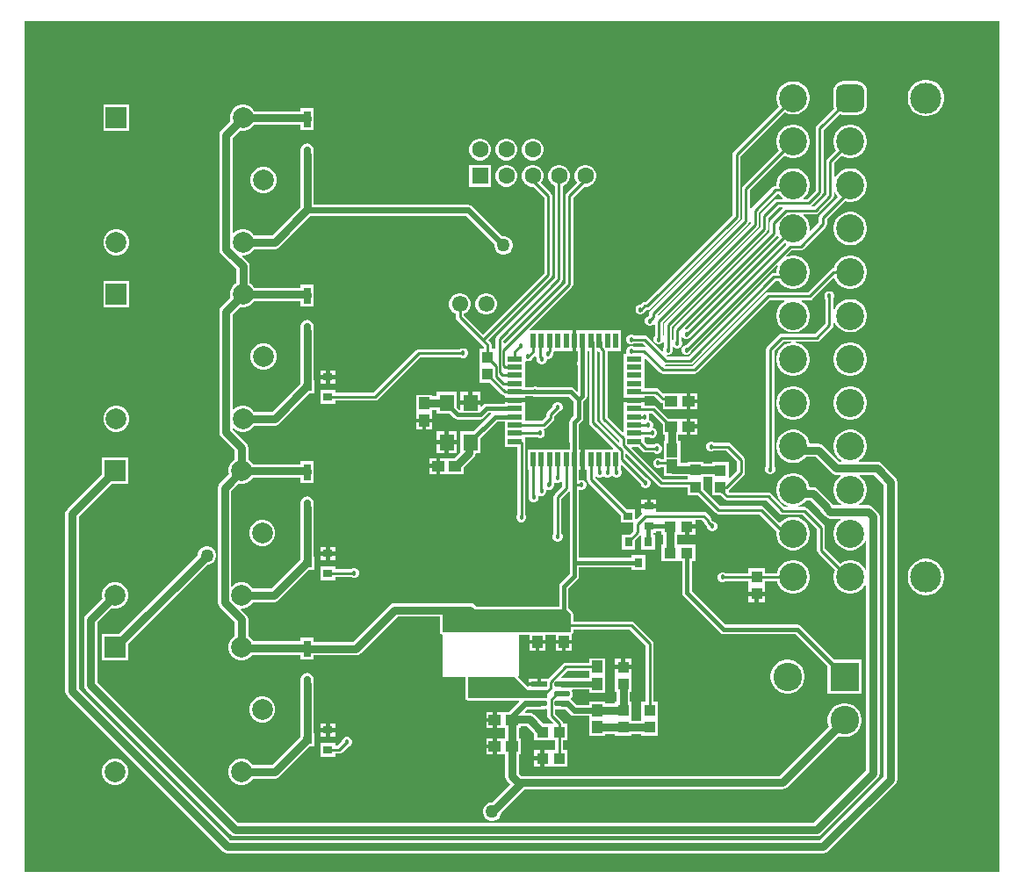
<source format=gbr>
%TF.GenerationSoftware,Altium Limited,Altium Designer,24.9.1 (31)*%
G04 Layer_Physical_Order=1*
G04 Layer_Color=255*
%FSLAX45Y45*%
%MOMM*%
%TF.SameCoordinates,83ADD26A-4C95-4E02-96E4-27C39B5E4718*%
%TF.FilePolarity,Positive*%
%TF.FileFunction,Copper,L1,Top,Signal*%
%TF.Part,Single*%
G01*
G75*
%TA.AperFunction,SMDPad,CuDef*%
%ADD10R,0.50800X1.47320*%
%ADD11R,1.47320X0.50800*%
%ADD12R,0.90000X0.80000*%
%ADD13R,1.15814X1.01213*%
%ADD14R,1.06213X1.13504*%
%ADD15R,1.13504X1.06213*%
%ADD16R,0.80000X0.90000*%
G04:AMPARAMS|DCode=17|XSize=1.55748mm|YSize=0.74248mm|CornerRadius=0.37124mm|HoleSize=0mm|Usage=FLASHONLY|Rotation=270.000|XOffset=0mm|YOffset=0mm|HoleType=Round|Shape=RoundedRectangle|*
%AMROUNDEDRECTD17*
21,1,1.55748,0.00000,0,0,270.0*
21,1,0.81501,0.74248,0,0,270.0*
1,1,0.74247,0.00000,-0.40750*
1,1,0.74247,0.00000,0.40750*
1,1,0.74247,0.00000,0.40750*
1,1,0.74247,0.00000,-0.40750*
%
%ADD17ROUNDEDRECTD17*%
%ADD18R,0.74248X1.55748*%
%ADD19R,1.40000X1.60000*%
%ADD20R,1.10620X1.35523*%
%ADD21R,2.20000X1.60000*%
%ADD22R,1.55439X0.57213*%
G04:AMPARAMS|DCode=23|XSize=1.55439mm|YSize=0.57213mm|CornerRadius=0.28606mm|HoleSize=0mm|Usage=FLASHONLY|Rotation=0.000|XOffset=0mm|YOffset=0mm|HoleType=Round|Shape=RoundedRectangle|*
%AMROUNDEDRECTD23*
21,1,1.55439,0.00000,0,0,0.0*
21,1,0.98226,0.57213,0,0,0.0*
1,1,0.57213,0.49113,0.00000*
1,1,0.57213,-0.49113,0.00000*
1,1,0.57213,-0.49113,0.00000*
1,1,0.57213,0.49113,0.00000*
%
%ADD23ROUNDEDRECTD23*%
%ADD24R,1.01213X1.15814*%
%TA.AperFunction,Conductor*%
%ADD25C,0.25400*%
%ADD26C,0.38100*%
%ADD27C,0.55400*%
%ADD28C,0.76200*%
%ADD29C,0.55880*%
%ADD30C,0.10160*%
%TA.AperFunction,ComponentPad*%
%ADD31C,1.60000*%
%ADD32R,1.60000X1.60000*%
%ADD33C,2.00000*%
%ADD34R,2.00000X2.00000*%
%ADD35C,2.70000*%
G04:AMPARAMS|DCode=36|XSize=2.7mm|YSize=2.7mm|CornerRadius=0.675mm|HoleSize=0mm|Usage=FLASHONLY|Rotation=90.000|XOffset=0mm|YOffset=0mm|HoleType=Round|Shape=RoundedRectangle|*
%AMROUNDEDRECTD36*
21,1,2.70000,1.35000,0,0,90.0*
21,1,1.35000,2.70000,0,0,90.0*
1,1,1.35000,0.67500,0.67500*
1,1,1.35000,0.67500,-0.67500*
1,1,1.35000,-0.67500,-0.67500*
1,1,1.35000,-0.67500,0.67500*
%
%ADD36ROUNDEDRECTD36*%
%ADD37C,3.00000*%
%ADD38R,1.55000X1.55000*%
%ADD39C,1.55000*%
%ADD40R,2.75000X2.75000*%
%ADD41C,2.75000*%
%TA.AperFunction,ViaPad*%
%ADD42C,0.50000*%
%ADD43C,0.45720*%
%ADD44C,1.27000*%
%ADD45C,5.00000*%
G36*
X17800000Y3250000D02*
X8400000D01*
Y11450000D01*
X17800000D01*
Y3250000D01*
D02*
G37*
%LPC*%
G36*
X15827298Y10871900D02*
X15795702D01*
X15764713Y10865736D01*
X15735522Y10853645D01*
X15709251Y10836091D01*
X15686909Y10813749D01*
X15669354Y10787478D01*
X15657265Y10758287D01*
X15651100Y10727298D01*
Y10695702D01*
X15657265Y10664713D01*
X15669354Y10635522D01*
X15673853Y10628790D01*
X15237930Y10192869D01*
X15229510Y10180266D01*
X15226553Y10165400D01*
Y9579191D01*
X14391753Y8744389D01*
X14380605D01*
X14365739Y8741432D01*
X14353137Y8733011D01*
X14338211Y8718085D01*
X14329790D01*
X14312051Y8710738D01*
X14298476Y8697162D01*
X14291129Y8679424D01*
Y8660226D01*
X14298476Y8642488D01*
X14312051Y8628912D01*
X14329790Y8621565D01*
X14348988D01*
X14366727Y8628912D01*
X14380302Y8642488D01*
X14385828Y8655827D01*
X14396696Y8666696D01*
X14407843D01*
X14422710Y8669653D01*
X14435310Y8678074D01*
X15292870Y9535631D01*
X15301289Y9548234D01*
X15304247Y9563100D01*
Y10149309D01*
X15728790Y10573853D01*
X15735522Y10569355D01*
X15764713Y10557264D01*
X15795702Y10551100D01*
X15827298D01*
X15858287Y10557264D01*
X15887479Y10569355D01*
X15913750Y10586909D01*
X15936092Y10609251D01*
X15953645Y10635522D01*
X15965736Y10664713D01*
X15971899Y10695702D01*
Y10727298D01*
X15965736Y10758287D01*
X15953645Y10787478D01*
X15936092Y10813749D01*
X15913750Y10836091D01*
X15887479Y10853645D01*
X15858287Y10865736D01*
X15827298Y10871900D01*
D02*
G37*
G36*
X16429001Y10872702D02*
X16294000D01*
X16269749Y10869509D01*
X16247151Y10860148D01*
X16227744Y10845257D01*
X16212854Y10825851D01*
X16203493Y10803252D01*
X16200301Y10779000D01*
Y10644000D01*
X16203493Y10619748D01*
X16206808Y10611744D01*
X16038031Y10442967D01*
X16029611Y10430364D01*
X16026653Y10415499D01*
Y9820491D01*
X15943411Y9737248D01*
X15916681D01*
X15914438Y9744640D01*
X15914247Y9747408D01*
X15936092Y9769252D01*
X15953645Y9795524D01*
X15965736Y9824715D01*
X15971899Y9855704D01*
Y9887300D01*
X15965736Y9918289D01*
X15953645Y9947480D01*
X15936092Y9973751D01*
X15913750Y9996093D01*
X15887479Y10013646D01*
X15858287Y10025738D01*
X15827298Y10031902D01*
X15795702D01*
X15764713Y10025738D01*
X15735522Y10013646D01*
X15709251Y9996093D01*
X15686909Y9973751D01*
X15669354Y9947480D01*
X15657265Y9918289D01*
X15651100Y9887300D01*
Y9863546D01*
X15641299D01*
X15626434Y9860589D01*
X15613831Y9852168D01*
X15415730Y9654069D01*
X15407310Y9641466D01*
X15404353Y9626600D01*
Y9502991D01*
X14517117Y8615754D01*
X14506093Y8619099D01*
X14505635Y8621398D01*
X15381769Y9497531D01*
X15390189Y9510134D01*
X15393147Y9525000D01*
Y9818210D01*
X15728790Y10153854D01*
X15735522Y10149356D01*
X15764713Y10137265D01*
X15795702Y10131101D01*
X15827298D01*
X15858287Y10137265D01*
X15887479Y10149356D01*
X15913750Y10166910D01*
X15936092Y10189252D01*
X15953645Y10215523D01*
X15965736Y10244714D01*
X15971899Y10275703D01*
Y10307299D01*
X15965736Y10338288D01*
X15953645Y10367479D01*
X15936092Y10393750D01*
X15913750Y10416092D01*
X15887479Y10433646D01*
X15858287Y10445737D01*
X15827298Y10451901D01*
X15795702D01*
X15764713Y10445737D01*
X15735522Y10433646D01*
X15709251Y10416092D01*
X15686909Y10393750D01*
X15669354Y10367479D01*
X15657265Y10338288D01*
X15651100Y10307299D01*
Y10275703D01*
X15657265Y10244714D01*
X15669354Y10215523D01*
X15673853Y10208791D01*
X15326831Y9861769D01*
X15318411Y9849167D01*
X15315453Y9834301D01*
Y9541091D01*
X14434267Y8659904D01*
X14425845Y8647301D01*
X14422890Y8632436D01*
Y8613325D01*
X14416003Y8606438D01*
X14402663Y8600913D01*
X14389087Y8587337D01*
X14381740Y8569599D01*
Y8550400D01*
X14389087Y8532663D01*
X14402663Y8519087D01*
X14420401Y8511740D01*
X14439600D01*
X14457336Y8519087D01*
X14467093Y8528843D01*
X14477254Y8524635D01*
Y8411403D01*
X14475188Y8409337D01*
X14467841Y8391599D01*
Y8372401D01*
X14475188Y8354663D01*
X14488763Y8341087D01*
X14506500Y8333740D01*
X14525699D01*
X14543437Y8341087D01*
X14555994Y8353644D01*
X14560764Y8352967D01*
X14566153Y8350529D01*
Y8309803D01*
X14564087Y8307737D01*
X14556740Y8289999D01*
Y8270966D01*
X14556256Y8270497D01*
X14548010Y8265328D01*
X14403870Y8409469D01*
X14391266Y8417889D01*
X14376401Y8420847D01*
X14278802D01*
X14276736Y8422913D01*
X14259000Y8430260D01*
X14239801D01*
X14222063Y8422913D01*
X14208487Y8409337D01*
X14201140Y8391599D01*
Y8372401D01*
X14208487Y8354663D01*
X14222063Y8341087D01*
X14239801Y8333740D01*
X14259000D01*
X14276736Y8341087D01*
X14278802Y8343153D01*
X14360310D01*
X14386540Y8316923D01*
X14381535Y8307560D01*
X14373860Y8309087D01*
X14278802D01*
X14276736Y8311153D01*
X14259000Y8318500D01*
X14239801D01*
X14222063Y8311153D01*
X14208487Y8297577D01*
X14201140Y8279839D01*
Y8260641D01*
X14203133Y8255828D01*
X14197488Y8247380D01*
X14178281D01*
Y8145780D01*
Y8067040D01*
Y7985760D01*
Y7907020D01*
Y7825740D01*
Y7816850D01*
X14277341D01*
X14376401D01*
Y7835153D01*
X14474609D01*
X14528006Y7781757D01*
X14540610Y7773336D01*
X14553296Y7770812D01*
Y7709094D01*
X14782947D01*
Y7785100D01*
Y7861106D01*
X14558531D01*
X14518169Y7901469D01*
X14505566Y7909889D01*
X14490700Y7912847D01*
X14376401D01*
Y7985760D01*
Y8067040D01*
Y8145780D01*
Y8199488D01*
X14385786Y8203376D01*
X14526730Y8062431D01*
X14539334Y8054011D01*
X14554201Y8051053D01*
X14859000D01*
X14873866Y8054011D01*
X14886469Y8062431D01*
X15585191Y8761153D01*
X15728473D01*
X15731555Y8750993D01*
X15709251Y8736090D01*
X15686909Y8713748D01*
X15669354Y8687477D01*
X15657265Y8658286D01*
X15651100Y8627297D01*
Y8595701D01*
X15657265Y8564712D01*
X15669354Y8535521D01*
X15686909Y8509250D01*
X15709251Y8486908D01*
X15735522Y8469354D01*
X15764713Y8457263D01*
X15795702Y8451099D01*
X15827298D01*
X15858287Y8457263D01*
X15887479Y8469354D01*
X15913750Y8486908D01*
X15936092Y8509250D01*
X15953645Y8535521D01*
X15965736Y8564712D01*
X15971899Y8595701D01*
Y8627297D01*
X15965736Y8658286D01*
X15953645Y8687477D01*
X15936092Y8713748D01*
X15913750Y8736090D01*
X15891444Y8750993D01*
X15894527Y8761153D01*
X15970000D01*
X15984866Y8764110D01*
X15997469Y8772531D01*
X16201498Y8976560D01*
X16211462Y8974578D01*
X16219357Y8955520D01*
X16236911Y8929249D01*
X16259251Y8906908D01*
X16285522Y8889354D01*
X16314714Y8877262D01*
X16345703Y8871098D01*
X16377299D01*
X16408289Y8877262D01*
X16437479Y8889354D01*
X16463751Y8906908D01*
X16486092Y8929249D01*
X16503645Y8955520D01*
X16515736Y8984711D01*
X16521901Y9015700D01*
Y9047296D01*
X16515736Y9078285D01*
X16503645Y9107476D01*
X16486092Y9133748D01*
X16463751Y9156089D01*
X16437479Y9173643D01*
X16408289Y9185734D01*
X16377299Y9191898D01*
X16345703D01*
X16314714Y9185734D01*
X16285522Y9173643D01*
X16259251Y9156089D01*
X16236911Y9133748D01*
X16219357Y9107476D01*
X16207266Y9078285D01*
X16205685Y9070345D01*
X16201498D01*
X16186633Y9067388D01*
X16174030Y9058967D01*
X15953909Y8838846D01*
X15569099D01*
X15554234Y8835889D01*
X15541631Y8827469D01*
X14842909Y8128747D01*
X14576640D01*
X14575662Y8130378D01*
X14577560Y8134992D01*
X14581767Y8139953D01*
X14820900D01*
X14835767Y8142911D01*
X14848369Y8151331D01*
X15642886Y8945850D01*
X15675816D01*
X15686909Y8929249D01*
X15709251Y8906908D01*
X15735522Y8889354D01*
X15764713Y8877262D01*
X15795702Y8871098D01*
X15827298D01*
X15858287Y8877262D01*
X15887479Y8889354D01*
X15913750Y8906908D01*
X15936092Y8929249D01*
X15953645Y8955520D01*
X15965736Y8984711D01*
X15971899Y9015700D01*
Y9047296D01*
X15965736Y9078285D01*
X15953645Y9107476D01*
X15936092Y9133748D01*
X15913750Y9156089D01*
X15887479Y9173643D01*
X15858287Y9185734D01*
X15827298Y9191898D01*
X15795702D01*
X15764713Y9185734D01*
X15752296Y9180591D01*
X15746542Y9189205D01*
X15796893Y9239556D01*
X15883200D01*
X15898067Y9242513D01*
X15910669Y9250934D01*
X16126418Y9466683D01*
X16134839Y9479286D01*
X16137796Y9494152D01*
Y9542359D01*
X16313292Y9717855D01*
X16314714Y9717266D01*
X16345703Y9711102D01*
X16377299D01*
X16408289Y9717266D01*
X16437479Y9729357D01*
X16463751Y9746911D01*
X16486092Y9769252D01*
X16503645Y9795524D01*
X16515736Y9824715D01*
X16521901Y9855704D01*
Y9887300D01*
X16515736Y9918289D01*
X16503645Y9947480D01*
X16486092Y9973751D01*
X16463751Y9996093D01*
X16437479Y10013646D01*
X16408289Y10025738D01*
X16377299Y10031902D01*
X16345703D01*
X16314714Y10025738D01*
X16285522Y10013646D01*
X16259251Y9996093D01*
X16236911Y9973751D01*
X16219357Y9947480D01*
X16216107Y9939633D01*
X16205946Y9941654D01*
Y10081009D01*
X16278792Y10153854D01*
X16285522Y10149356D01*
X16314714Y10137265D01*
X16345703Y10131101D01*
X16377299D01*
X16408289Y10137265D01*
X16437479Y10149356D01*
X16463751Y10166910D01*
X16486092Y10189252D01*
X16503645Y10215523D01*
X16515736Y10244714D01*
X16521901Y10275703D01*
Y10307299D01*
X16515736Y10338288D01*
X16503645Y10367479D01*
X16486092Y10393750D01*
X16463751Y10416092D01*
X16437479Y10433646D01*
X16408289Y10445737D01*
X16377299Y10451901D01*
X16345703D01*
X16314714Y10445737D01*
X16285522Y10433646D01*
X16259251Y10416092D01*
X16236911Y10393750D01*
X16219357Y10367479D01*
X16207266Y10338288D01*
X16201102Y10307299D01*
Y10275703D01*
X16207266Y10244714D01*
X16219357Y10215523D01*
X16223856Y10208791D01*
X16139632Y10124568D01*
X16131210Y10111965D01*
X16128253Y10097099D01*
Y9782391D01*
X16011308Y9665447D01*
X15995853D01*
X15991644Y9675607D01*
X16092969Y9776931D01*
X16101389Y9789534D01*
X16104347Y9804400D01*
Y10399408D01*
X16261745Y10556807D01*
X16269749Y10553491D01*
X16294000Y10550298D01*
X16429001D01*
X16453253Y10553491D01*
X16475851Y10562852D01*
X16495259Y10577743D01*
X16510149Y10597149D01*
X16519510Y10619748D01*
X16522704Y10644000D01*
Y10779000D01*
X16519510Y10803252D01*
X16510149Y10825851D01*
X16495259Y10845257D01*
X16475851Y10860148D01*
X16453253Y10869509D01*
X16429001Y10872702D01*
D02*
G37*
G36*
X17108778Y10886900D02*
X17074226D01*
X17040340Y10880159D01*
X17008420Y10866937D01*
X16979692Y10847742D01*
X16955260Y10823311D01*
X16936066Y10794583D01*
X16922842Y10762662D01*
X16916103Y10728775D01*
Y10694225D01*
X16922842Y10660338D01*
X16936066Y10628417D01*
X16955260Y10599689D01*
X16979692Y10575258D01*
X17008420Y10556063D01*
X17040340Y10542841D01*
X17074226Y10536100D01*
X17108778D01*
X17142665Y10542841D01*
X17174585Y10556063D01*
X17203313Y10575258D01*
X17227745Y10599689D01*
X17246941Y10628417D01*
X17260162Y10660338D01*
X17266902Y10694225D01*
Y10728775D01*
X17260162Y10762662D01*
X17246941Y10794583D01*
X17227745Y10823311D01*
X17203313Y10847742D01*
X17174585Y10866937D01*
X17142665Y10880159D01*
X17108778Y10886900D01*
D02*
G37*
G36*
X10522508Y10644099D02*
X10489490D01*
X10457596Y10635553D01*
X10429001Y10619044D01*
X10405654Y10595696D01*
X10389145Y10567101D01*
X10380599Y10535208D01*
Y10502190D01*
X10384261Y10488523D01*
X10296718Y10400980D01*
X10282683Y10379975D01*
X10277755Y10355199D01*
Y9250975D01*
X10282683Y9226198D01*
X10296718Y9205194D01*
X10441255Y9060657D01*
Y8924318D01*
X10429001Y8917244D01*
X10405654Y8893896D01*
X10389145Y8865301D01*
X10380599Y8833408D01*
Y8800390D01*
X10384261Y8786723D01*
X10296718Y8699180D01*
X10282683Y8678175D01*
X10277755Y8653399D01*
Y7492014D01*
X10282683Y7467238D01*
X10296718Y7446234D01*
X10428555Y7314397D01*
Y7222518D01*
X10416301Y7215444D01*
X10392954Y7192096D01*
X10376445Y7163501D01*
X10367899Y7131608D01*
Y7098590D01*
X10371561Y7084923D01*
X10284018Y6997380D01*
X10269983Y6976375D01*
X10265055Y6951599D01*
Y5847375D01*
X10269983Y5822598D01*
X10284018Y5801594D01*
X10428555Y5657057D01*
Y5520718D01*
X10416301Y5513644D01*
X10392954Y5490296D01*
X10376445Y5461701D01*
X10367899Y5429808D01*
Y5396790D01*
X10376445Y5364896D01*
X10392954Y5336301D01*
X10416301Y5312954D01*
X10444896Y5296445D01*
X10476790Y5287899D01*
X10509808D01*
X10541701Y5296445D01*
X10570296Y5312954D01*
X10593644Y5336301D01*
X10597583Y5343124D01*
X11062676D01*
Y5299164D01*
X11187724D01*
Y5337694D01*
X11597218D01*
X11621995Y5342622D01*
X11642999Y5356657D01*
X11996802Y5710454D01*
X12407402D01*
Y5562600D01*
X12409374Y5552689D01*
X12414988Y5544288D01*
X12423389Y5538674D01*
X12433300Y5536702D01*
Y5143500D01*
Y5126700D01*
X12639418D01*
X12648702Y5123699D01*
Y4927600D01*
X12650674Y4917689D01*
X12656288Y4909288D01*
X12664689Y4903674D01*
X12674600Y4901702D01*
X13167018D01*
X13170906Y4892316D01*
X13066293Y4787706D01*
X12953853D01*
Y4711700D01*
Y4635694D01*
X13035452D01*
Y4533706D01*
X12953853D01*
Y4457700D01*
Y4381694D01*
X13035452D01*
Y4171803D01*
X13040382Y4147026D01*
X13054416Y4126022D01*
X13085410Y4095029D01*
X12909280Y3918900D01*
X12898296D01*
X12875687Y3912842D01*
X12855414Y3901138D01*
X12838863Y3884586D01*
X12827158Y3864314D01*
X12821100Y3841704D01*
Y3818296D01*
X12827158Y3795686D01*
X12838863Y3775414D01*
X12855414Y3758862D01*
X12875687Y3747158D01*
X12898296Y3741100D01*
X12921704D01*
X12944315Y3747158D01*
X12964586Y3758862D01*
X12981139Y3775414D01*
X12992842Y3795686D01*
X12998900Y3818296D01*
Y3825396D01*
X13218759Y4045256D01*
X15705099D01*
X15729877Y4050184D01*
X15750880Y4064219D01*
X16246866Y4560204D01*
X16259283Y4555060D01*
X16290756Y4548800D01*
X16322844D01*
X16354317Y4555060D01*
X16383961Y4567340D01*
X16410643Y4585167D01*
X16433333Y4607857D01*
X16451160Y4634538D01*
X16463440Y4664184D01*
X16469701Y4695656D01*
Y4727744D01*
X16463440Y4759216D01*
X16451160Y4788862D01*
X16433333Y4815543D01*
X16410643Y4838233D01*
X16383961Y4856060D01*
X16354317Y4868340D01*
X16322844Y4874600D01*
X16290756D01*
X16259283Y4868340D01*
X16229639Y4856060D01*
X16202957Y4838233D01*
X16180267Y4815543D01*
X16162440Y4788862D01*
X16150160Y4759216D01*
X16143900Y4727744D01*
Y4695656D01*
X16150160Y4664184D01*
X16155304Y4651766D01*
X15678282Y4174744D01*
X13188818D01*
X13164941Y4198621D01*
Y4381694D01*
X13183504D01*
Y4533706D01*
X13164941D01*
Y4635694D01*
X13183504D01*
Y4653453D01*
X13241898D01*
X13311009Y4584343D01*
Y4518893D01*
X13517393D01*
Y4421907D01*
X13412212D01*
Y4343400D01*
Y4264893D01*
X13638391D01*
Y4421907D01*
X13595087D01*
Y4518893D01*
X13638391D01*
Y4675907D01*
X13595087D01*
Y4680961D01*
X13592130Y4695827D01*
X13583708Y4708429D01*
X13517915Y4774222D01*
Y4811147D01*
X13525769Y4817593D01*
X13535616Y4815634D01*
X13612355D01*
X13659926Y4768062D01*
X13677570Y4756273D01*
X13698383Y4752133D01*
X13843195D01*
Y4723790D01*
Y4558396D01*
X13995206D01*
Y4577538D01*
X14094693D01*
Y4560709D01*
X14251707D01*
Y4578117D01*
X14348692D01*
Y4560709D01*
X14505707D01*
Y4723787D01*
Y4888091D01*
X14466048D01*
Y5448300D01*
X14463089Y5463166D01*
X14454669Y5475769D01*
X14276869Y5653569D01*
X14264265Y5661989D01*
X14249400Y5664947D01*
X13691098D01*
Y5734800D01*
X13689127Y5744710D01*
X13683511Y5753112D01*
X13647021Y5789604D01*
Y5982928D01*
X13735345Y6071253D01*
X13735347Y6071254D01*
X13745171Y6085957D01*
X13748621Y6103300D01*
Y6184811D01*
X14254601D01*
Y6159600D01*
X14385400D01*
Y6300400D01*
X14254601D01*
Y6275453D01*
X13748621D01*
Y6927475D01*
X13757068Y6933120D01*
X13760400Y6931740D01*
X13779599D01*
X13797337Y6939087D01*
X13810913Y6952663D01*
X13818260Y6970401D01*
Y6989599D01*
X13810913Y7007337D01*
X13797337Y7020913D01*
X13779599Y7028260D01*
X13760400D01*
X13757068Y7026880D01*
X13748621Y7032525D01*
Y7124700D01*
X13762990D01*
Y7223760D01*
Y7322820D01*
X13748621D01*
Y7404638D01*
X13748260Y7406451D01*
Y7419599D01*
X13745322Y7426695D01*
Y7566411D01*
X13774716Y7595807D01*
X13774718Y7595807D01*
X13784541Y7610510D01*
X13787991Y7627854D01*
X13787991Y7627855D01*
Y7782202D01*
X13814087Y7808298D01*
X13823911Y7823001D01*
X13827361Y7840345D01*
Y8138229D01*
X13828259Y8140401D01*
Y8159599D01*
X13827361Y8161771D01*
Y8272780D01*
X13842253D01*
Y7583313D01*
X13845210Y7568447D01*
X13853632Y7555844D01*
X14077269Y7332207D01*
X14073381Y7322820D01*
X13801089D01*
Y7223760D01*
Y7124700D01*
X13824474D01*
Y7029780D01*
X13827431Y7014914D01*
X13835851Y7002312D01*
X14144508Y6693654D01*
X14144711Y6692634D01*
X14149600Y6685318D01*
Y6614600D01*
X14267107D01*
X14272966Y6604440D01*
X14272192Y6600551D01*
Y6537129D01*
X14235463Y6500400D01*
X14159599D01*
Y6359600D01*
X14290401D01*
Y6445463D01*
X14338507Y6493570D01*
X14339439Y6494966D01*
X14349600Y6491884D01*
Y6359600D01*
X14480400D01*
Y6500400D01*
X14462820D01*
Y6519599D01*
X14490401D01*
Y6536479D01*
X14542909D01*
Y6500093D01*
X14560316D01*
Y6403107D01*
X14542909D01*
Y6246093D01*
X14742818D01*
Y5941861D01*
X14746268Y5924517D01*
X14756091Y5909814D01*
X15109953Y5555953D01*
X15124657Y5546129D01*
X15142000Y5542679D01*
X15142001Y5542679D01*
X15831728D01*
X16143900Y5230506D01*
Y4968799D01*
X16469701D01*
Y5294599D01*
X16207993D01*
X15882545Y5620047D01*
X15867844Y5629871D01*
X15850499Y5633321D01*
X15160773D01*
X14833459Y5960633D01*
Y6246093D01*
X14870291D01*
Y6403107D01*
X14689806D01*
Y6500093D01*
X14769089D01*
Y6578600D01*
X14788139D01*
Y6597650D01*
X14870291D01*
Y6641154D01*
X14933910D01*
X14949210Y6625854D01*
Y6624266D01*
X14952167Y6609400D01*
X14960587Y6596797D01*
X14981740Y6575644D01*
Y6570401D01*
X14989087Y6552663D01*
X15002663Y6539087D01*
X15020399Y6531740D01*
X15039600D01*
X15057336Y6539087D01*
X15070914Y6552663D01*
X15078259Y6570401D01*
Y6589599D01*
X15070914Y6607337D01*
X15057336Y6620913D01*
X15039600Y6628260D01*
X15038998D01*
X15026901Y6640357D01*
Y6641944D01*
X15023946Y6656810D01*
X15015524Y6669413D01*
X14977467Y6707469D01*
X14964867Y6715890D01*
X14950000Y6718847D01*
X14490401D01*
Y6755951D01*
X14420000D01*
X14349600D01*
Y6709601D01*
X14350783D01*
X14354993Y6699441D01*
X14299786Y6644237D01*
X14290401Y6648125D01*
Y6745400D01*
X14202637D01*
X13902167Y7045871D01*
Y7059115D01*
X13912328Y7063324D01*
X13917262Y7058387D01*
X13935001Y7051040D01*
X13954199D01*
X13971938Y7058387D01*
X13982700Y7069150D01*
X13993463Y7058387D01*
X14011201Y7051040D01*
X14030399D01*
X14048137Y7058387D01*
X14058939Y7069189D01*
X14065250Y7070967D01*
X14071561Y7069189D01*
X14082362Y7058387D01*
X14100101Y7051040D01*
X14119299D01*
X14137038Y7058387D01*
X14150613Y7071963D01*
X14157961Y7089701D01*
Y7108899D01*
X14151976Y7123346D01*
X14152879Y7124700D01*
X14152879D01*
Y7165708D01*
X14162267Y7169596D01*
X14341936Y6989927D01*
X14349088Y6972663D01*
X14362663Y6959087D01*
X14380402Y6951740D01*
X14399599D01*
X14417337Y6959087D01*
X14430913Y6972663D01*
X14438260Y6990401D01*
Y7009599D01*
X14430913Y7027337D01*
X14417337Y7040913D01*
X14399599Y7048260D01*
X14393477D01*
X14194379Y7247358D01*
Y7275196D01*
X14203766Y7279084D01*
X14512617Y6970231D01*
X14525221Y6961811D01*
X14540086Y6958853D01*
X14791493D01*
Y6877848D01*
X14897215D01*
X15066650Y6708412D01*
X15079254Y6699991D01*
X15094119Y6697034D01*
X15488029D01*
X15652206Y6532857D01*
X15651100Y6527296D01*
Y6495700D01*
X15657265Y6464711D01*
X15669354Y6435520D01*
X15686909Y6409249D01*
X15709251Y6386907D01*
X15735522Y6369354D01*
X15764713Y6357262D01*
X15795702Y6351098D01*
X15827298D01*
X15858287Y6357262D01*
X15887479Y6369354D01*
X15913750Y6386907D01*
X15936092Y6409249D01*
X15953645Y6435520D01*
X15965736Y6464711D01*
X15971899Y6495700D01*
Y6527296D01*
X15965736Y6558285D01*
X15953645Y6587476D01*
X15936092Y6613748D01*
X15913750Y6636089D01*
X15887479Y6653643D01*
X15858287Y6665734D01*
X15827298Y6671898D01*
X15795702D01*
X15764713Y6665734D01*
X15735522Y6653643D01*
X15709251Y6636089D01*
X15686909Y6613748D01*
X15681702Y6613235D01*
X15531589Y6763349D01*
X15518987Y6771770D01*
X15504120Y6774727D01*
X15110211D01*
X14948508Y6936431D01*
Y7058335D01*
X15031493D01*
Y6876309D01*
X15115109D01*
X15148886Y6842531D01*
X15161488Y6834111D01*
X15176353Y6831153D01*
X15553909D01*
X15682532Y6702531D01*
X15695134Y6694111D01*
X15710001Y6691153D01*
X15903909D01*
X16041154Y6553909D01*
Y6350000D01*
X16044112Y6335134D01*
X16052531Y6322531D01*
X16215909Y6159154D01*
X16207266Y6138286D01*
X16201102Y6107297D01*
Y6075701D01*
X16207266Y6044712D01*
X16219357Y6015521D01*
X16236911Y5989250D01*
X16259251Y5966908D01*
X16285522Y5949354D01*
X16314714Y5937263D01*
X16345703Y5931099D01*
X16377299D01*
X16408289Y5937263D01*
X16437479Y5949354D01*
X16463751Y5966908D01*
X16486092Y5989250D01*
X16503645Y6015521D01*
X16505292Y6019492D01*
X16515256Y6017510D01*
Y4226818D01*
X16011263Y3722824D01*
X10458738D01*
X9104744Y5076818D01*
Y5654982D01*
X9243125Y5793363D01*
X9256792Y5789701D01*
X9289810D01*
X9321704Y5798247D01*
X9350299Y5814756D01*
X9373646Y5838104D01*
X9390155Y5866699D01*
X9398701Y5898592D01*
Y5931610D01*
X9390155Y5963504D01*
X9373646Y5992099D01*
X9350299Y6015446D01*
X9321704Y6031955D01*
X9289810Y6040501D01*
X9256792D01*
X9224899Y6031955D01*
X9196304Y6015446D01*
X9172956Y5992099D01*
X9156447Y5963504D01*
X9147901Y5931610D01*
Y5898592D01*
X9151563Y5884925D01*
X8994219Y5727581D01*
X8980184Y5706576D01*
X8975256Y5681800D01*
Y5050000D01*
X8980184Y5025224D01*
X8994219Y5004219D01*
X10386139Y3612299D01*
X10407144Y3598264D01*
X10431920Y3593336D01*
X16038080D01*
X16062857Y3598264D01*
X16083861Y3612299D01*
X16625781Y4154219D01*
X16639816Y4175223D01*
X16644743Y4200000D01*
Y6675363D01*
X16639816Y6700140D01*
X16625781Y6721144D01*
X16581145Y6765781D01*
X16560139Y6779816D01*
X16535362Y6784744D01*
X16448862D01*
X16445779Y6794904D01*
X16463751Y6806912D01*
X16486092Y6829253D01*
X16503645Y6855525D01*
X16515736Y6884715D01*
X16521901Y6915704D01*
Y6947301D01*
X16515736Y6978290D01*
X16503645Y7007481D01*
X16486092Y7033752D01*
X16463751Y7056093D01*
X16450278Y7065096D01*
X16453360Y7075256D01*
X16593182D01*
X16685255Y6983182D01*
Y4166818D01*
X16073183Y3554744D01*
X10386818D01*
X8924744Y5016818D01*
Y6674980D01*
X9239463Y6989699D01*
X9398701D01*
Y7240499D01*
X9147901D01*
Y7081261D01*
X8814219Y6747579D01*
X8800184Y6726574D01*
X8795256Y6701798D01*
Y4990000D01*
X8800184Y4965223D01*
X8814219Y4944219D01*
X10314219Y3444219D01*
X10335224Y3430184D01*
X10360000Y3425256D01*
X16100000D01*
X16124776Y3430184D01*
X16145781Y3444219D01*
X16795781Y4094219D01*
X16809816Y4115224D01*
X16814745Y4140000D01*
Y7010000D01*
X16809816Y7034776D01*
X16795781Y7055781D01*
X16665781Y7185781D01*
X16644775Y7199816D01*
X16620000Y7204744D01*
X16448863D01*
X16445781Y7214904D01*
X16463751Y7226911D01*
X16486092Y7249252D01*
X16503645Y7275524D01*
X16515736Y7304715D01*
X16521901Y7335704D01*
Y7367300D01*
X16515736Y7398289D01*
X16503645Y7427480D01*
X16486092Y7453751D01*
X16463751Y7476092D01*
X16437479Y7493646D01*
X16408289Y7505738D01*
X16377299Y7511902D01*
X16345703D01*
X16314714Y7505738D01*
X16285522Y7493646D01*
X16259251Y7476092D01*
X16236911Y7453751D01*
X16219357Y7427480D01*
X16207266Y7398289D01*
X16201102Y7367300D01*
Y7335704D01*
X16207266Y7304715D01*
X16219357Y7275524D01*
X16236911Y7249252D01*
X16259251Y7226911D01*
X16277222Y7214904D01*
X16274139Y7204744D01*
X16254662D01*
X16099205Y7360201D01*
X16078200Y7374235D01*
X16053424Y7379164D01*
X15969540D01*
X15965736Y7398289D01*
X15953645Y7427480D01*
X15936092Y7453751D01*
X15913750Y7476092D01*
X15887479Y7493646D01*
X15858287Y7505738D01*
X15827298Y7511902D01*
X15795702D01*
X15764713Y7505738D01*
X15735522Y7493646D01*
X15709251Y7476092D01*
X15686909Y7453751D01*
X15669354Y7427480D01*
X15657265Y7398289D01*
X15651100Y7367300D01*
Y7335704D01*
X15657265Y7304715D01*
X15669354Y7275524D01*
X15686909Y7249252D01*
X15709251Y7226911D01*
X15735522Y7209357D01*
X15764713Y7197266D01*
X15795702Y7191102D01*
X15827298D01*
X15858287Y7197266D01*
X15887479Y7209357D01*
X15913750Y7226911D01*
X15936092Y7249252D01*
X15936374Y7249676D01*
X16026607D01*
X16182063Y7094219D01*
X16203067Y7080184D01*
X16227844Y7075256D01*
X16269643D01*
X16272725Y7065096D01*
X16259251Y7056093D01*
X16236911Y7033752D01*
X16219357Y7007481D01*
X16207266Y6978290D01*
X16201102Y6947301D01*
Y6915704D01*
X16207266Y6884715D01*
X16219357Y6855525D01*
X16236911Y6829253D01*
X16259251Y6806912D01*
X16277223Y6794904D01*
X16274141Y6784744D01*
X16196819D01*
X16190569Y6790994D01*
X16189816Y6794777D01*
X16175781Y6815781D01*
X16051360Y6940202D01*
X16030356Y6954236D01*
X16005579Y6959165D01*
X15969540D01*
X15965736Y6978290D01*
X15953645Y7007481D01*
X15936092Y7033752D01*
X15913750Y7056093D01*
X15887479Y7073647D01*
X15858287Y7085738D01*
X15827298Y7091903D01*
X15795702D01*
X15764713Y7085738D01*
X15735522Y7073647D01*
X15709251Y7056093D01*
X15686909Y7033752D01*
X15669354Y7007481D01*
X15657265Y6978290D01*
X15651100Y6947301D01*
Y6915704D01*
X15657265Y6884715D01*
X15669354Y6855525D01*
X15686909Y6829253D01*
X15709251Y6806912D01*
X15735522Y6789358D01*
X15760512Y6779007D01*
X15758492Y6768847D01*
X15726089D01*
X15597469Y6897469D01*
X15584866Y6905889D01*
X15570000Y6908846D01*
X15192445D01*
X15188507Y6912785D01*
Y6925324D01*
X15193796Y6928859D01*
X15337469Y7072531D01*
X15345889Y7085134D01*
X15348846Y7100000D01*
Y7220000D01*
X15345889Y7234866D01*
X15337469Y7247469D01*
X15207469Y7377469D01*
X15194865Y7385889D01*
X15180000Y7388847D01*
X15049403D01*
X15047337Y7390913D01*
X15029599Y7398260D01*
X15010400D01*
X14992664Y7390913D01*
X14979086Y7377337D01*
X14971741Y7359599D01*
Y7340401D01*
X14979086Y7322663D01*
X14992664Y7309087D01*
X15010400Y7301740D01*
X15029599D01*
X15047337Y7309087D01*
X15049403Y7311154D01*
X15163908D01*
X15271153Y7203909D01*
Y7116091D01*
X15198666Y7043604D01*
X15188507Y7047812D01*
Y7203691D01*
X15031493D01*
Y7187823D01*
X14948508D01*
Y7205231D01*
X14791493D01*
Y7194310D01*
X14723810D01*
Y7217985D01*
Y7404308D01*
X14704593D01*
Y7467794D01*
X14782947D01*
Y7543800D01*
Y7619806D01*
X14608234D01*
X14492769Y7735271D01*
X14480167Y7743692D01*
X14465300Y7746649D01*
X14376401D01*
Y7778750D01*
X14277341D01*
X14178281D01*
Y7747000D01*
Y7668260D01*
Y7586980D01*
Y7492632D01*
X14168893Y7488744D01*
X14021547Y7636091D01*
Y8272780D01*
X14152879D01*
Y8470900D01*
X13722350D01*
Y8371840D01*
Y8272780D01*
X13736719D01*
Y8171620D01*
X13731740Y8159599D01*
Y8140401D01*
X13736719Y8128380D01*
Y7884294D01*
X13727332Y7880406D01*
X13699152Y7908587D01*
X13684448Y7918411D01*
X13667105Y7921861D01*
X13345049D01*
X13329599Y7928260D01*
X13310400D01*
X13303305Y7925321D01*
X13228320D01*
Y7985760D01*
Y8067040D01*
Y8168089D01*
X13236768Y8173733D01*
X13241582Y8171740D01*
X13260779D01*
X13278517Y8179087D01*
X13292093Y8192663D01*
X13293729Y8196611D01*
X13321072Y8223956D01*
X13331233Y8219748D01*
Y8215418D01*
X13334190Y8200553D01*
X13341740Y8189254D01*
Y8180400D01*
X13349088Y8162663D01*
X13362663Y8149087D01*
X13380400Y8141740D01*
X13399599D01*
X13417337Y8149087D01*
X13430913Y8162663D01*
X13438260Y8180400D01*
Y8195498D01*
X13438480Y8195644D01*
X13457677D01*
X13475415Y8202991D01*
X13488991Y8216567D01*
X13496338Y8234305D01*
Y8244875D01*
X13500429Y8250999D01*
X13503387Y8265865D01*
Y8272780D01*
X13684250D01*
Y8371840D01*
Y8470900D01*
X13276212D01*
X13272324Y8480287D01*
X13679968Y8887931D01*
X13688390Y8900534D01*
X13691347Y8915400D01*
Y9750209D01*
X13795737Y9854600D01*
X13821877D01*
X13848683Y9861783D01*
X13872717Y9875659D01*
X13892342Y9895283D01*
X13906216Y9919317D01*
X13913400Y9946124D01*
Y9973876D01*
X13906216Y10000683D01*
X13892342Y10024717D01*
X13872717Y10044341D01*
X13848683Y10058217D01*
X13821877Y10065400D01*
X13794124D01*
X13767317Y10058217D01*
X13743283Y10044341D01*
X13723659Y10024717D01*
X13709782Y10000683D01*
X13702600Y9973876D01*
Y9946124D01*
X13709782Y9919317D01*
X13723659Y9895283D01*
X13725102Y9893839D01*
X13625031Y9793769D01*
X13616611Y9781166D01*
X13613654Y9766300D01*
Y8931491D01*
X13029939Y8347777D01*
X13020554Y8351665D01*
Y8374251D01*
X13578369Y8932066D01*
X13586789Y8944669D01*
X13589748Y8959535D01*
Y9860460D01*
X13594682Y9861783D01*
X13618716Y9875659D01*
X13638341Y9895283D01*
X13652217Y9919317D01*
X13659399Y9946124D01*
Y9973876D01*
X13652217Y10000683D01*
X13638341Y10024717D01*
X13618716Y10044341D01*
X13594682Y10058217D01*
X13567876Y10065400D01*
X13540125D01*
X13513316Y10058217D01*
X13489284Y10044341D01*
X13469659Y10024717D01*
X13455783Y10000683D01*
X13448599Y9973876D01*
Y9946124D01*
X13455783Y9919317D01*
X13469659Y9895283D01*
X13489284Y9875659D01*
X13512053Y9862512D01*
Y8975626D01*
X12954237Y8417810D01*
X12945818Y8405207D01*
X12942860Y8390341D01*
Y8291691D01*
X12903947D01*
Y8331200D01*
X12900989Y8346066D01*
X12892569Y8358669D01*
X12875587Y8375650D01*
X13476768Y8976831D01*
X13485188Y8989434D01*
X13488147Y9004300D01*
Y9766300D01*
X13485188Y9781166D01*
X13476768Y9793769D01*
X13379797Y9890739D01*
X13384341Y9895283D01*
X13398216Y9919317D01*
X13405400Y9946124D01*
Y9973876D01*
X13398216Y10000683D01*
X13384341Y10024717D01*
X13364717Y10044341D01*
X13340683Y10058217D01*
X13313876Y10065400D01*
X13286124D01*
X13259317Y10058217D01*
X13235283Y10044341D01*
X13215659Y10024717D01*
X13201784Y10000683D01*
X13194600Y9973876D01*
Y9946124D01*
X13201784Y9919317D01*
X13215659Y9895283D01*
X13235283Y9875659D01*
X13259317Y9861783D01*
X13286124Y9854600D01*
X13306062D01*
X13410452Y9750209D01*
Y9020391D01*
X12820650Y8430587D01*
X12637247Y8613991D01*
Y8628779D01*
X12638118Y8629012D01*
X12661582Y8642560D01*
X12680740Y8661718D01*
X12694288Y8685182D01*
X12701300Y8711353D01*
Y8738447D01*
X12694288Y8764618D01*
X12680740Y8788082D01*
X12661582Y8807240D01*
X12638118Y8820788D01*
X12611947Y8827800D01*
X12584853D01*
X12558682Y8820788D01*
X12535218Y8807240D01*
X12516060Y8788082D01*
X12502512Y8764618D01*
X12495500Y8738447D01*
Y8711353D01*
X12502512Y8685182D01*
X12516060Y8661718D01*
X12535218Y8642560D01*
X12558682Y8629012D01*
X12559553Y8628779D01*
Y8597900D01*
X12562511Y8583034D01*
X12570931Y8570431D01*
X12793181Y8348181D01*
X12826253Y8315109D01*
Y8291691D01*
X12786593D01*
Y8127387D01*
Y7964309D01*
X12888667D01*
X13002731Y7850245D01*
X13015334Y7841824D01*
X13030200Y7838867D01*
Y7816850D01*
X13129260D01*
X13228320D01*
Y7834679D01*
X13302641D01*
X13302657Y7834669D01*
X13303951Y7834412D01*
X13310400Y7831740D01*
X13317381D01*
X13320000Y7831219D01*
X13648332D01*
X13697350Y7782203D01*
Y7646626D01*
X13667953Y7617230D01*
X13658128Y7602527D01*
X13654678Y7585184D01*
Y7426695D01*
X13651740Y7419599D01*
Y7400400D01*
X13657979Y7385338D01*
Y7322820D01*
X13253720D01*
Y7124700D01*
X13265672D01*
Y6879095D01*
X13261740Y6869599D01*
Y6850401D01*
X13269087Y6832663D01*
X13282663Y6819087D01*
X13300401Y6811740D01*
X13319598D01*
X13337337Y6819087D01*
X13350912Y6832663D01*
X13358260Y6850401D01*
Y6869599D01*
X13358223Y6869690D01*
X13365999Y6877466D01*
X13376201Y6873240D01*
X13395399D01*
X13413136Y6880587D01*
X13426714Y6894163D01*
X13434061Y6911901D01*
Y6927511D01*
X13441302Y6933816D01*
X13443446Y6934620D01*
X13450401Y6931740D01*
X13469598D01*
X13487337Y6939087D01*
X13500912Y6952663D01*
X13508260Y6970401D01*
Y6989599D01*
X13504791Y6997972D01*
X13506262Y7001579D01*
X13506729Y7002127D01*
X13519191Y7006383D01*
X13530402Y7001740D01*
X13549600D01*
X13567337Y7009087D01*
X13575552Y7017304D01*
X13585713Y7013095D01*
Y6966091D01*
X13512532Y6892909D01*
X13504111Y6880306D01*
X13501154Y6865440D01*
Y6509403D01*
X13499088Y6507337D01*
X13491740Y6489599D01*
Y6470401D01*
X13499088Y6452663D01*
X13512663Y6439087D01*
X13530402Y6431740D01*
X13549600D01*
X13567337Y6439087D01*
X13580913Y6452663D01*
X13588260Y6470401D01*
Y6489599D01*
X13580913Y6507337D01*
X13578847Y6509403D01*
Y6849350D01*
X13647820Y6918322D01*
X13657979Y6914114D01*
Y6230132D01*
Y6122073D01*
X13569653Y6033747D01*
X13559830Y6019044D01*
X13556380Y6001700D01*
Y5804398D01*
X12760264D01*
X12743683Y5820979D01*
X12722678Y5835014D01*
X12697902Y5839942D01*
X11969984D01*
X11945207Y5835014D01*
X11924203Y5820979D01*
X11570401Y5467182D01*
X11187724D01*
Y5505712D01*
X11062676D01*
Y5472612D01*
X10603854D01*
X10593644Y5490296D01*
X10570296Y5513644D01*
X10558043Y5520718D01*
Y5683875D01*
X10553115Y5708652D01*
X10539080Y5729656D01*
X10488421Y5780314D01*
X10492309Y5789701D01*
X10509808D01*
X10541701Y5798247D01*
X10570296Y5814756D01*
X10593644Y5838104D01*
X10600718Y5850357D01*
X10806201D01*
X10830978Y5855285D01*
X10851982Y5869320D01*
X11140262Y6157600D01*
X11197200D01*
Y6288400D01*
X11189944D01*
Y6764162D01*
X11188948Y6769168D01*
Y6804912D01*
X11184096Y6829308D01*
X11170277Y6849989D01*
X11149595Y6863808D01*
X11125200Y6868661D01*
X11100805Y6863808D01*
X11080123Y6849989D01*
X11066304Y6829308D01*
X11061452Y6804912D01*
Y6769168D01*
X11060456Y6764162D01*
Y6288400D01*
X11056400D01*
Y6256862D01*
X10779384Y5979845D01*
X10600718D01*
X10593644Y5992099D01*
X10570296Y6015446D01*
X10541701Y6031955D01*
X10509808Y6040501D01*
X10476790D01*
X10444896Y6031955D01*
X10416301Y6015446D01*
X10403930Y6003075D01*
X10394543Y6006963D01*
Y6924781D01*
X10463123Y6993361D01*
X10476790Y6989699D01*
X10509808D01*
X10541701Y6998245D01*
X10570296Y7014754D01*
X10593644Y7038101D01*
X10600718Y7050355D01*
X11062676D01*
Y7000964D01*
X11187724D01*
Y7093075D01*
X11189944Y7104238D01*
Y7114123D01*
X11187724Y7125286D01*
Y7207512D01*
X11062676D01*
Y7179843D01*
X10600718D01*
X10593644Y7192096D01*
X10570296Y7215444D01*
X10558043Y7222518D01*
Y7341215D01*
X10553115Y7365991D01*
X10539080Y7386996D01*
X10410422Y7515653D01*
X10411051Y7520138D01*
X10421815Y7523743D01*
X10429001Y7516556D01*
X10457596Y7500047D01*
X10489490Y7491501D01*
X10522508D01*
X10554401Y7500047D01*
X10582996Y7516556D01*
X10606344Y7539904D01*
X10613418Y7552157D01*
X10813898D01*
X10838674Y7557085D01*
X10859678Y7571120D01*
X11147963Y7859400D01*
X11197200D01*
Y7990200D01*
X11189944D01*
Y8465962D01*
X11188948Y8470968D01*
Y8506712D01*
X11184096Y8531108D01*
X11170277Y8551789D01*
X11149595Y8565608D01*
X11125200Y8570461D01*
X11100805Y8565608D01*
X11080123Y8551789D01*
X11066304Y8531108D01*
X11061452Y8506712D01*
Y8470968D01*
X11060456Y8465962D01*
Y7990200D01*
X11056400D01*
Y7950961D01*
X10787080Y7681645D01*
X10613418D01*
X10606344Y7693899D01*
X10582996Y7717246D01*
X10554401Y7733755D01*
X10522508Y7742301D01*
X10489490D01*
X10457596Y7733755D01*
X10429001Y7717246D01*
X10416630Y7704875D01*
X10407243Y7708763D01*
Y8626581D01*
X10475823Y8695161D01*
X10489490Y8691499D01*
X10522508D01*
X10554401Y8700045D01*
X10582996Y8716554D01*
X10606344Y8739901D01*
X10613418Y8752155D01*
X11062676D01*
Y8702764D01*
X11187724D01*
Y8794875D01*
X11189944Y8806038D01*
Y8815923D01*
X11187724Y8827086D01*
Y8909312D01*
X11062676D01*
Y8881643D01*
X10613418D01*
X10606344Y8893896D01*
X10582996Y8917244D01*
X10570743Y8924318D01*
Y9087475D01*
X10565815Y9112252D01*
X10551780Y9133256D01*
X10501121Y9183914D01*
X10505009Y9193301D01*
X10522508D01*
X10554401Y9201847D01*
X10582996Y9218356D01*
X10606344Y9241704D01*
X10613418Y9253957D01*
X10813898D01*
X10838674Y9258885D01*
X10859678Y9272920D01*
X11160823Y9574060D01*
X12659374D01*
X12931233Y9302201D01*
X12931100Y9301704D01*
Y9278296D01*
X12937160Y9255686D01*
X12948862Y9235414D01*
X12965414Y9218862D01*
X12985686Y9207158D01*
X13008296Y9201100D01*
X13031705D01*
X13054314Y9207158D01*
X13074586Y9218862D01*
X13091138Y9235414D01*
X13102843Y9255686D01*
X13108900Y9278296D01*
Y9301704D01*
X13102843Y9324314D01*
X13091138Y9344586D01*
X13074586Y9361138D01*
X13054314Y9372842D01*
X13031705Y9378900D01*
X13008296D01*
X13007799Y9378767D01*
X12720083Y9666483D01*
X12702519Y9678219D01*
X12681800Y9682341D01*
X12681799Y9682341D01*
X11189944D01*
Y10167762D01*
X11188948Y10172768D01*
Y10208512D01*
X11184096Y10232908D01*
X11170277Y10253589D01*
X11149595Y10267408D01*
X11125200Y10272261D01*
X11100805Y10267408D01*
X11080123Y10253589D01*
X11066304Y10232908D01*
X11061452Y10208512D01*
Y10172768D01*
X11060456Y10167762D01*
Y9656817D01*
X10787080Y9383445D01*
X10613418D01*
X10606344Y9395699D01*
X10582996Y9419046D01*
X10554401Y9435555D01*
X10522508Y9444101D01*
X10489490D01*
X10457596Y9435555D01*
X10429001Y9419046D01*
X10416630Y9406675D01*
X10407243Y9410563D01*
Y10328381D01*
X10475823Y10396961D01*
X10489490Y10393299D01*
X10522508D01*
X10554401Y10401845D01*
X10582996Y10418354D01*
X10606344Y10441701D01*
X10613418Y10453955D01*
X11062676D01*
Y10404564D01*
X11187724D01*
Y10496675D01*
X11189944Y10507838D01*
Y10517723D01*
X11187724Y10528886D01*
Y10611112D01*
X11062676D01*
Y10583443D01*
X10613418D01*
X10606344Y10595696D01*
X10582996Y10619044D01*
X10554401Y10635553D01*
X10522508Y10644099D01*
D02*
G37*
G36*
X9411401D02*
X9160601D01*
Y10393299D01*
X9411401D01*
Y10644099D01*
D02*
G37*
G36*
X13313876Y10319400D02*
X13286124D01*
X13259317Y10312217D01*
X13235283Y10298341D01*
X13215659Y10278717D01*
X13201784Y10254683D01*
X13194600Y10227876D01*
Y10200124D01*
X13201784Y10173317D01*
X13215659Y10149283D01*
X13235283Y10129659D01*
X13259317Y10115783D01*
X13286124Y10108600D01*
X13313876D01*
X13340683Y10115783D01*
X13364717Y10129659D01*
X13384341Y10149283D01*
X13398216Y10173317D01*
X13405400Y10200124D01*
Y10227876D01*
X13398216Y10254683D01*
X13384341Y10278717D01*
X13364717Y10298341D01*
X13340683Y10312217D01*
X13313876Y10319400D01*
D02*
G37*
G36*
X13059875D02*
X13032124D01*
X13005318Y10312217D01*
X12981284Y10298341D01*
X12961659Y10278717D01*
X12947783Y10254683D01*
X12940601Y10227876D01*
Y10200124D01*
X12947783Y10173317D01*
X12961659Y10149283D01*
X12981284Y10129659D01*
X13005318Y10115783D01*
X13032124Y10108600D01*
X13059875D01*
X13086684Y10115783D01*
X13110716Y10129659D01*
X13130341Y10149283D01*
X13144217Y10173317D01*
X13151401Y10200124D01*
Y10227876D01*
X13144217Y10254683D01*
X13130341Y10278717D01*
X13110716Y10298341D01*
X13086684Y10312217D01*
X13059875Y10319400D01*
D02*
G37*
G36*
X12805876D02*
X12778124D01*
X12751317Y10312217D01*
X12727283Y10298341D01*
X12707659Y10278717D01*
X12693783Y10254683D01*
X12686600Y10227876D01*
Y10200124D01*
X12693783Y10173317D01*
X12707659Y10149283D01*
X12727283Y10129659D01*
X12751317Y10115783D01*
X12778124Y10108600D01*
X12805876D01*
X12832683Y10115783D01*
X12856717Y10129659D01*
X12876341Y10149283D01*
X12890218Y10173317D01*
X12897400Y10200124D01*
Y10227876D01*
X12890218Y10254683D01*
X12876341Y10278717D01*
X12856717Y10298341D01*
X12832683Y10312217D01*
X12805876Y10319400D01*
D02*
G37*
G36*
X13059875Y10065400D02*
X13032124D01*
X13005318Y10058217D01*
X12981284Y10044341D01*
X12961659Y10024717D01*
X12947783Y10000683D01*
X12940601Y9973876D01*
Y9946124D01*
X12947783Y9919317D01*
X12961659Y9895283D01*
X12981284Y9875659D01*
X13005318Y9861783D01*
X13032124Y9854600D01*
X13059875D01*
X13086684Y9861783D01*
X13110716Y9875659D01*
X13130341Y9895283D01*
X13144217Y9919317D01*
X13151401Y9946124D01*
Y9973876D01*
X13144217Y10000683D01*
X13130341Y10024717D01*
X13110716Y10044341D01*
X13086684Y10058217D01*
X13059875Y10065400D01*
D02*
G37*
G36*
X12897400D02*
X12686600D01*
Y9854600D01*
X12897400D01*
Y10065400D01*
D02*
G37*
G36*
X10722508Y10044100D02*
X10689489D01*
X10657596Y10035554D01*
X10629001Y10019045D01*
X10605653Y9995697D01*
X10589144Y9967102D01*
X10580598Y9935209D01*
Y9902191D01*
X10589144Y9870298D01*
X10605653Y9841703D01*
X10629001Y9818355D01*
X10657596Y9801846D01*
X10689489Y9793300D01*
X10722508D01*
X10754401Y9801846D01*
X10782996Y9818355D01*
X10806343Y9841703D01*
X10822853Y9870298D01*
X10831398Y9902191D01*
Y9935209D01*
X10822853Y9967102D01*
X10806343Y9995697D01*
X10782996Y10019045D01*
X10754401Y10035554D01*
X10722508Y10044100D01*
D02*
G37*
G36*
X16377299Y9611903D02*
X16345703D01*
X16314714Y9605738D01*
X16285522Y9593647D01*
X16259251Y9576093D01*
X16236911Y9553752D01*
X16219357Y9527481D01*
X16207266Y9498290D01*
X16201102Y9467301D01*
Y9435705D01*
X16207266Y9404716D01*
X16219357Y9375525D01*
X16236911Y9349253D01*
X16259251Y9326912D01*
X16285522Y9309358D01*
X16314714Y9297267D01*
X16345703Y9291103D01*
X16377299D01*
X16408289Y9297267D01*
X16437479Y9309358D01*
X16463751Y9326912D01*
X16486092Y9349253D01*
X16503645Y9375525D01*
X16515736Y9404716D01*
X16521901Y9435705D01*
Y9467301D01*
X16515736Y9498290D01*
X16503645Y9527481D01*
X16486092Y9553752D01*
X16463751Y9576093D01*
X16437479Y9593647D01*
X16408289Y9605738D01*
X16377299Y9611903D01*
D02*
G37*
G36*
X9302510Y9444101D02*
X9269492D01*
X9237599Y9435555D01*
X9209004Y9419046D01*
X9185656Y9395699D01*
X9169147Y9367104D01*
X9160601Y9335210D01*
Y9302192D01*
X9169147Y9270299D01*
X9185656Y9241704D01*
X9209004Y9218356D01*
X9237599Y9201847D01*
X9269492Y9193301D01*
X9302510D01*
X9334404Y9201847D01*
X9362999Y9218356D01*
X9386346Y9241704D01*
X9402855Y9270299D01*
X9411401Y9302192D01*
Y9335210D01*
X9402855Y9367104D01*
X9386346Y9395699D01*
X9362999Y9419046D01*
X9334404Y9435555D01*
X9302510Y9444101D01*
D02*
G37*
G36*
X9411401Y8942299D02*
X9160601D01*
Y8691499D01*
X9411401D01*
Y8942299D01*
D02*
G37*
G36*
X12865947Y8827800D02*
X12838853D01*
X12812682Y8820788D01*
X12789218Y8807240D01*
X12770060Y8788082D01*
X12756512Y8764618D01*
X12749500Y8738447D01*
Y8711353D01*
X12756512Y8685182D01*
X12770060Y8661718D01*
X12789218Y8642560D01*
X12812682Y8629012D01*
X12838853Y8622000D01*
X12865947D01*
X12892117Y8629012D01*
X12915582Y8642560D01*
X12934740Y8661718D01*
X12948288Y8685182D01*
X12955299Y8711353D01*
Y8738447D01*
X12948288Y8764618D01*
X12934740Y8788082D01*
X12915582Y8807240D01*
X12892117Y8820788D01*
X12865947Y8827800D01*
D02*
G37*
G36*
X16169598Y8848260D02*
X16150401D01*
X16132663Y8840913D01*
X16119087Y8827337D01*
X16111740Y8809599D01*
Y8790401D01*
X16119087Y8772663D01*
X16121153Y8770597D01*
Y8536091D01*
X16023909Y8438846D01*
X15700000D01*
X15685133Y8435889D01*
X15672533Y8427469D01*
X15562531Y8317469D01*
X15554111Y8304866D01*
X15551154Y8290000D01*
Y7159403D01*
X15549088Y7157337D01*
X15541740Y7139599D01*
Y7120401D01*
X15549088Y7102663D01*
X15562663Y7089087D01*
X15580402Y7081740D01*
X15599599D01*
X15617337Y7089087D01*
X15630913Y7102663D01*
X15638260Y7120401D01*
Y7139599D01*
X15630913Y7157337D01*
X15628847Y7159403D01*
Y8273909D01*
X15716090Y8361153D01*
X15790144D01*
X15791144Y8350993D01*
X15764713Y8345736D01*
X15735522Y8333645D01*
X15709251Y8316091D01*
X15686909Y8293749D01*
X15669354Y8267478D01*
X15657265Y8238287D01*
X15651100Y8207298D01*
Y8175702D01*
X15657265Y8144713D01*
X15669354Y8115522D01*
X15686909Y8089251D01*
X15709251Y8066909D01*
X15735522Y8049355D01*
X15764713Y8037264D01*
X15795702Y8031100D01*
X15827298D01*
X15858287Y8037264D01*
X15887479Y8049355D01*
X15913750Y8066909D01*
X15936092Y8089251D01*
X15953645Y8115522D01*
X15965736Y8144713D01*
X15971899Y8175702D01*
Y8207298D01*
X15965736Y8238287D01*
X15953645Y8267478D01*
X15936092Y8293749D01*
X15913750Y8316091D01*
X15887479Y8333645D01*
X15858287Y8345736D01*
X15831856Y8350993D01*
X15832857Y8361153D01*
X16039999D01*
X16054866Y8364111D01*
X16067468Y8372531D01*
X16187469Y8492531D01*
X16195889Y8505134D01*
X16198846Y8520000D01*
Y8558488D01*
X16209006Y8560509D01*
X16219357Y8535521D01*
X16236911Y8509250D01*
X16259251Y8486908D01*
X16285522Y8469354D01*
X16314714Y8457263D01*
X16345703Y8451099D01*
X16377299D01*
X16408289Y8457263D01*
X16437479Y8469354D01*
X16463751Y8486908D01*
X16486092Y8509250D01*
X16503645Y8535521D01*
X16515736Y8564712D01*
X16521901Y8595701D01*
Y8627297D01*
X16515736Y8658286D01*
X16503645Y8687477D01*
X16486092Y8713748D01*
X16463751Y8736090D01*
X16437479Y8753644D01*
X16408289Y8765735D01*
X16377299Y8771899D01*
X16345703D01*
X16314714Y8765735D01*
X16285522Y8753644D01*
X16259251Y8736090D01*
X16236911Y8713748D01*
X16219357Y8687477D01*
X16209006Y8662489D01*
X16198846Y8664510D01*
Y8770597D01*
X16200912Y8772663D01*
X16208260Y8790401D01*
Y8809599D01*
X16200912Y8827337D01*
X16187337Y8840913D01*
X16169598Y8848260D01*
D02*
G37*
G36*
X12639599Y8298260D02*
X12620400D01*
X12602663Y8290913D01*
X12600597Y8288847D01*
X12201901D01*
X12187036Y8285889D01*
X12174433Y8277469D01*
X11765610Y7868645D01*
X11397200D01*
Y7895199D01*
X11256400D01*
Y7764399D01*
X11397200D01*
Y7790952D01*
X11781700D01*
X11796566Y7793909D01*
X11809169Y7802330D01*
X12217992Y8211154D01*
X12600597D01*
X12602663Y8209087D01*
X12620400Y8201740D01*
X12639599D01*
X12657337Y8209087D01*
X12670913Y8222663D01*
X12678260Y8240401D01*
Y8259599D01*
X12670913Y8277337D01*
X12657337Y8290913D01*
X12639599Y8298260D01*
D02*
G37*
G36*
X10722508Y8342300D02*
X10689489D01*
X10657596Y8333754D01*
X10629001Y8317245D01*
X10605653Y8293897D01*
X10589144Y8265302D01*
X10580598Y8233409D01*
Y8200391D01*
X10589144Y8168498D01*
X10605653Y8139903D01*
X10629001Y8116555D01*
X10657596Y8100046D01*
X10689489Y8091500D01*
X10722508D01*
X10754401Y8100046D01*
X10782996Y8116555D01*
X10806343Y8139903D01*
X10822853Y8168498D01*
X10831398Y8200391D01*
Y8233409D01*
X10822853Y8265302D01*
X10806343Y8293897D01*
X10782996Y8317245D01*
X10754401Y8333754D01*
X10722508Y8342300D01*
D02*
G37*
G36*
X11397200Y8085201D02*
X11345850D01*
Y8038851D01*
X11397200D01*
Y8085201D01*
D02*
G37*
G36*
X11307750D02*
X11256400D01*
Y8038851D01*
X11307750D01*
Y8085201D01*
D02*
G37*
G36*
X16377299Y8351900D02*
X16345703D01*
X16314714Y8345736D01*
X16285522Y8333645D01*
X16259251Y8316091D01*
X16236911Y8293749D01*
X16219357Y8267478D01*
X16207266Y8238287D01*
X16201102Y8207298D01*
Y8175702D01*
X16207266Y8144713D01*
X16219357Y8115522D01*
X16236911Y8089251D01*
X16259251Y8066909D01*
X16285522Y8049355D01*
X16314714Y8037264D01*
X16345703Y8031100D01*
X16377299D01*
X16408289Y8037264D01*
X16437479Y8049355D01*
X16463751Y8066909D01*
X16486092Y8089251D01*
X16503645Y8115522D01*
X16515736Y8144713D01*
X16521901Y8175702D01*
Y8207298D01*
X16515736Y8238287D01*
X16503645Y8267478D01*
X16486092Y8293749D01*
X16463751Y8316091D01*
X16437479Y8333645D01*
X16408289Y8345736D01*
X16377299Y8351900D01*
D02*
G37*
G36*
X11397200Y8000751D02*
X11345850D01*
Y7954401D01*
X11397200D01*
Y8000751D01*
D02*
G37*
G36*
X11307750D02*
X11256400D01*
Y7954401D01*
X11307750D01*
Y8000751D01*
D02*
G37*
G36*
X12566099Y7877302D02*
X12375299D01*
Y7833791D01*
X12331506D01*
Y7849504D01*
X12179494D01*
Y7682890D01*
Y7619853D01*
X12255500D01*
X12331506D01*
Y7704303D01*
X12375299D01*
Y7666502D01*
X12502006D01*
X12542945Y7625565D01*
X12557648Y7615741D01*
X12574992Y7612291D01*
X12574994Y7612292D01*
X12794097D01*
X12811440Y7615741D01*
X12826144Y7625566D01*
X12874316Y7673739D01*
X12894078D01*
X12898286Y7663579D01*
X12732005Y7497298D01*
X12605301D01*
Y7298261D01*
X12545847Y7238806D01*
X12407753D01*
Y7162800D01*
Y7086794D01*
X12637404D01*
Y7147240D01*
X12734183Y7244019D01*
X12748218Y7265024D01*
X12752490Y7286498D01*
X12796101D01*
Y7433207D01*
X12955353Y7592459D01*
X13030200D01*
Y7508240D01*
Y7426960D01*
Y7348220D01*
X13151154D01*
Y6699403D01*
X13149088Y6697337D01*
X13141740Y6679600D01*
Y6660401D01*
X13149088Y6642663D01*
X13162663Y6629087D01*
X13180402Y6621740D01*
X13199599D01*
X13217337Y6629087D01*
X13230913Y6642663D01*
X13238260Y6660401D01*
Y6679600D01*
X13230913Y6697337D01*
X13228847Y6699403D01*
Y7386320D01*
X13228320Y7388967D01*
Y7438913D01*
X13343082D01*
X13360400Y7431740D01*
X13379599D01*
X13397337Y7439087D01*
X13410913Y7452663D01*
X13418260Y7470401D01*
Y7489599D01*
X13410913Y7507337D01*
X13409177Y7509073D01*
X13412712Y7519906D01*
X13422636Y7521881D01*
X13435239Y7530301D01*
X13499409Y7594472D01*
X13507829Y7607075D01*
X13510786Y7621941D01*
Y7645850D01*
X13546678Y7681740D01*
X13549600D01*
X13567337Y7689087D01*
X13580913Y7702663D01*
X13588260Y7720401D01*
Y7739599D01*
X13580913Y7757337D01*
X13567337Y7770913D01*
X13549600Y7778260D01*
X13530402D01*
X13512663Y7770913D01*
X13499088Y7757337D01*
X13491740Y7739599D01*
Y7736677D01*
X13444472Y7689409D01*
X13436050Y7676807D01*
X13433093Y7661941D01*
Y7638031D01*
X13391679Y7596617D01*
X13228320D01*
Y7668260D01*
Y7747000D01*
Y7778750D01*
X13129260D01*
X13030200D01*
Y7764381D01*
X12855547D01*
X12855545Y7764381D01*
X12838200Y7760931D01*
X12823499Y7751107D01*
X12823497Y7751106D01*
X12805489Y7733096D01*
X12796101Y7736984D01*
Y7752852D01*
X12700701D01*
X12605301D01*
Y7702933D01*
X12593763D01*
X12566099Y7730596D01*
Y7877302D01*
D02*
G37*
G36*
X14885304Y7861106D02*
X14821046D01*
Y7804150D01*
X14885304D01*
Y7861106D01*
D02*
G37*
G36*
X12796101Y7877302D02*
X12719751D01*
Y7790952D01*
X12796101D01*
Y7877302D01*
D02*
G37*
G36*
X12681651D02*
X12605301D01*
Y7790952D01*
X12681651D01*
Y7877302D01*
D02*
G37*
G36*
X14885304Y7766050D02*
X14821046D01*
Y7709094D01*
X14885304D01*
Y7766050D01*
D02*
G37*
G36*
X16377299Y7931901D02*
X16345703D01*
X16314714Y7925737D01*
X16285522Y7913646D01*
X16259251Y7896092D01*
X16236911Y7873750D01*
X16219357Y7847479D01*
X16207266Y7818288D01*
X16201102Y7787299D01*
Y7755703D01*
X16207266Y7724714D01*
X16219357Y7695523D01*
X16236911Y7669252D01*
X16259251Y7646910D01*
X16285522Y7629356D01*
X16314714Y7617265D01*
X16345703Y7611101D01*
X16377299D01*
X16408289Y7617265D01*
X16437479Y7629356D01*
X16463751Y7646910D01*
X16486092Y7669252D01*
X16503645Y7695523D01*
X16515736Y7724714D01*
X16521901Y7755703D01*
Y7787299D01*
X16515736Y7818288D01*
X16503645Y7847479D01*
X16486092Y7873750D01*
X16463751Y7896092D01*
X16437479Y7913646D01*
X16408289Y7925737D01*
X16377299Y7931901D01*
D02*
G37*
G36*
X15827298D02*
X15795702D01*
X15764713Y7925737D01*
X15735522Y7913646D01*
X15709251Y7896092D01*
X15686909Y7873750D01*
X15669354Y7847479D01*
X15657265Y7818288D01*
X15651100Y7787299D01*
Y7755703D01*
X15657265Y7724714D01*
X15669354Y7695523D01*
X15686909Y7669252D01*
X15709251Y7646910D01*
X15735522Y7629356D01*
X15764713Y7617265D01*
X15795702Y7611101D01*
X15827298D01*
X15858287Y7617265D01*
X15887479Y7629356D01*
X15913750Y7646910D01*
X15936092Y7669252D01*
X15953645Y7695523D01*
X15965736Y7724714D01*
X15971899Y7755703D01*
Y7787299D01*
X15965736Y7818288D01*
X15953645Y7847479D01*
X15936092Y7873750D01*
X15913750Y7896092D01*
X15887479Y7913646D01*
X15858287Y7925737D01*
X15827298Y7931901D01*
D02*
G37*
G36*
X14885304Y7619806D02*
X14821046D01*
Y7562850D01*
X14885304D01*
Y7619806D01*
D02*
G37*
G36*
X12331506Y7581753D02*
X12274550D01*
Y7517496D01*
X12331506D01*
Y7581753D01*
D02*
G37*
G36*
X12236450D02*
X12179494D01*
Y7517496D01*
X12236450D01*
Y7581753D01*
D02*
G37*
G36*
X9302510Y7742301D02*
X9269492D01*
X9237599Y7733755D01*
X9209004Y7717246D01*
X9185656Y7693899D01*
X9169147Y7665304D01*
X9160601Y7633410D01*
Y7600392D01*
X9169147Y7568499D01*
X9185656Y7539904D01*
X9209004Y7516556D01*
X9237599Y7500047D01*
X9269492Y7491501D01*
X9302510D01*
X9334404Y7500047D01*
X9362999Y7516556D01*
X9386346Y7539904D01*
X9402855Y7568499D01*
X9411401Y7600392D01*
Y7633410D01*
X9402855Y7665304D01*
X9386346Y7693899D01*
X9362999Y7717246D01*
X9334404Y7733755D01*
X9302510Y7742301D01*
D02*
G37*
G36*
X14885304Y7524750D02*
X14821046D01*
Y7467794D01*
X14885304D01*
Y7524750D01*
D02*
G37*
G36*
X12566099Y7497298D02*
X12489749D01*
Y7410948D01*
X12566099D01*
Y7497298D01*
D02*
G37*
G36*
X12451649D02*
X12375299D01*
Y7410948D01*
X12451649D01*
Y7497298D01*
D02*
G37*
G36*
X12566099Y7372848D02*
X12489749D01*
Y7286498D01*
X12566099D01*
Y7372848D01*
D02*
G37*
G36*
X12451649D02*
X12375299D01*
Y7286498D01*
X12451649D01*
Y7372848D01*
D02*
G37*
G36*
X12369653Y7238806D02*
X12305396D01*
Y7181850D01*
X12369653D01*
Y7238806D01*
D02*
G37*
G36*
Y7143750D02*
X12305396D01*
Y7086794D01*
X12369653D01*
Y7143750D01*
D02*
G37*
G36*
X14490401Y6840401D02*
X14439049D01*
Y6794051D01*
X14490401D01*
Y6840401D01*
D02*
G37*
G36*
X14400949D02*
X14349600D01*
Y6794051D01*
X14400949D01*
Y6840401D01*
D02*
G37*
G36*
X14870291Y6559550D02*
X14807188D01*
Y6500093D01*
X14870291D01*
Y6559550D01*
D02*
G37*
G36*
X10709808Y6640500D02*
X10676789D01*
X10644896Y6631954D01*
X10616301Y6615445D01*
X10592953Y6592097D01*
X10576444Y6563502D01*
X10567898Y6531609D01*
Y6498591D01*
X10576444Y6466698D01*
X10592953Y6438103D01*
X10616301Y6414755D01*
X10644896Y6398246D01*
X10676789Y6389700D01*
X10709808D01*
X10741701Y6398246D01*
X10770296Y6414755D01*
X10793643Y6438103D01*
X10810153Y6466698D01*
X10818698Y6498591D01*
Y6531609D01*
X10810153Y6563502D01*
X10793643Y6592097D01*
X10770296Y6615445D01*
X10741701Y6631954D01*
X10709808Y6640500D01*
D02*
G37*
G36*
X11397200Y6383401D02*
X11345850D01*
Y6337051D01*
X11397200D01*
Y6383401D01*
D02*
G37*
G36*
X11307750D02*
X11256400D01*
Y6337051D01*
X11307750D01*
Y6383401D01*
D02*
G37*
G36*
X11397200Y6298951D02*
X11345850D01*
Y6252601D01*
X11397200D01*
Y6298951D01*
D02*
G37*
G36*
X11307750D02*
X11256400D01*
Y6252601D01*
X11307750D01*
Y6298951D01*
D02*
G37*
G36*
X15827298Y6251899D02*
X15795702D01*
X15764713Y6245735D01*
X15735522Y6233644D01*
X15709251Y6216090D01*
X15686909Y6193748D01*
X15669354Y6167477D01*
X15657265Y6138286D01*
X15655685Y6130346D01*
X15538507D01*
Y6173691D01*
X15381493D01*
Y6128847D01*
X15159402D01*
X15157336Y6130913D01*
X15139600Y6138260D01*
X15120401D01*
X15102663Y6130913D01*
X15089087Y6117337D01*
X15081740Y6099599D01*
Y6080401D01*
X15089087Y6062663D01*
X15102663Y6049087D01*
X15120401Y6041740D01*
X15139600D01*
X15157336Y6049087D01*
X15159402Y6051154D01*
X15381493D01*
Y6009387D01*
Y5947511D01*
X15460001D01*
X15538507D01*
Y6009387D01*
Y6052653D01*
X15655685D01*
X15657265Y6044712D01*
X15669354Y6015521D01*
X15686909Y5989250D01*
X15709251Y5966908D01*
X15735522Y5949354D01*
X15764713Y5937263D01*
X15795702Y5931099D01*
X15827298D01*
X15858287Y5937263D01*
X15887479Y5949354D01*
X15913750Y5966908D01*
X15936092Y5989250D01*
X15953645Y6015521D01*
X15965736Y6044712D01*
X15971899Y6075701D01*
Y6107297D01*
X15965736Y6138286D01*
X15953645Y6167477D01*
X15936092Y6193748D01*
X15913750Y6216090D01*
X15887479Y6233644D01*
X15858287Y6245735D01*
X15827298Y6251899D01*
D02*
G37*
G36*
X11397200Y6193399D02*
X11256400D01*
Y6062599D01*
X11397200D01*
Y6091153D01*
X11550597D01*
X11552663Y6089087D01*
X11570401Y6081740D01*
X11589599D01*
X11607337Y6089087D01*
X11620913Y6102663D01*
X11628260Y6120401D01*
Y6139599D01*
X11620913Y6157337D01*
X11607337Y6170913D01*
X11589599Y6178260D01*
X11570401D01*
X11552663Y6170913D01*
X11550597Y6168846D01*
X11397200D01*
Y6193399D01*
D02*
G37*
G36*
X17108778Y6266899D02*
X17074226D01*
X17040340Y6260158D01*
X17008420Y6246936D01*
X16979692Y6227741D01*
X16955260Y6203310D01*
X16936066Y6174582D01*
X16922842Y6142661D01*
X16916103Y6108774D01*
Y6074224D01*
X16922842Y6040337D01*
X16936066Y6008416D01*
X16955260Y5979688D01*
X16979692Y5955257D01*
X17008420Y5936062D01*
X17040340Y5922840D01*
X17074226Y5916099D01*
X17108778D01*
X17142665Y5922840D01*
X17174585Y5936062D01*
X17203313Y5955257D01*
X17227745Y5979688D01*
X17246941Y6008416D01*
X17260162Y6040337D01*
X17266902Y6074224D01*
Y6108774D01*
X17260162Y6142661D01*
X17246941Y6174582D01*
X17227745Y6203310D01*
X17203313Y6227741D01*
X17174585Y6246936D01*
X17142665Y6260158D01*
X17108778Y6266899D01*
D02*
G37*
G36*
X15538507Y5909411D02*
X15479051D01*
Y5846309D01*
X15538507D01*
Y5909411D01*
D02*
G37*
G36*
X15440952D02*
X15381493D01*
Y5846309D01*
X15440952D01*
Y5909411D01*
D02*
G37*
G36*
X10171704Y6388900D02*
X10148296D01*
X10125686Y6382842D01*
X10105414Y6371138D01*
X10088862Y6354586D01*
X10077158Y6334314D01*
X10071100Y6311704D01*
Y6302659D01*
X9307139Y5538699D01*
X9147901D01*
Y5287899D01*
X9398701D01*
Y5447137D01*
X10162664Y6211100D01*
X10171704D01*
X10194314Y6217159D01*
X10214586Y6228862D01*
X10231138Y6245414D01*
X10242842Y6265686D01*
X10248900Y6288296D01*
Y6311704D01*
X10242842Y6334314D01*
X10231138Y6354586D01*
X10214586Y6371138D01*
X10194314Y6382842D01*
X10171704Y6388900D01*
D02*
G37*
G36*
X15772842Y5294599D02*
X15740755D01*
X15709283Y5288339D01*
X15679637Y5276059D01*
X15652956Y5258232D01*
X15630266Y5235542D01*
X15612439Y5208861D01*
X15600159Y5179215D01*
X15593900Y5147743D01*
Y5115655D01*
X15600159Y5084183D01*
X15612439Y5054537D01*
X15630266Y5027857D01*
X15652956Y5005167D01*
X15679637Y4987339D01*
X15709283Y4975059D01*
X15740755Y4968799D01*
X15772842D01*
X15804315Y4975059D01*
X15833960Y4987339D01*
X15860641Y5005167D01*
X15883331Y5027857D01*
X15901158Y5054537D01*
X15913438Y5084183D01*
X15919698Y5115655D01*
Y5147743D01*
X15913438Y5179215D01*
X15901158Y5208861D01*
X15883331Y5235542D01*
X15860641Y5258232D01*
X15833960Y5276059D01*
X15804315Y5288339D01*
X15772842Y5294599D01*
D02*
G37*
G36*
X12915753Y4787706D02*
X12851495D01*
Y4730750D01*
X12915753D01*
Y4787706D01*
D02*
G37*
G36*
X10709808Y4938700D02*
X10676789D01*
X10644896Y4930154D01*
X10616301Y4913645D01*
X10592953Y4890297D01*
X10576444Y4861702D01*
X10567898Y4829809D01*
Y4796791D01*
X10576444Y4764898D01*
X10592953Y4736303D01*
X10616301Y4712955D01*
X10644896Y4696446D01*
X10676789Y4687900D01*
X10709808D01*
X10741701Y4696446D01*
X10770296Y4712955D01*
X10793643Y4736303D01*
X10810153Y4764898D01*
X10818698Y4796791D01*
Y4829809D01*
X10810153Y4861702D01*
X10793643Y4890297D01*
X10770296Y4913645D01*
X10741701Y4930154D01*
X10709808Y4938700D01*
D02*
G37*
G36*
X12915753Y4692650D02*
X12851495D01*
Y4635694D01*
X12915753D01*
Y4692650D01*
D02*
G37*
G36*
X11397200Y4681601D02*
X11345850D01*
Y4635251D01*
X11397200D01*
Y4681601D01*
D02*
G37*
G36*
X11307750D02*
X11256400D01*
Y4635251D01*
X11307750D01*
Y4681601D01*
D02*
G37*
G36*
X11397200Y4597151D02*
X11345850D01*
Y4550801D01*
X11397200D01*
Y4597151D01*
D02*
G37*
G36*
X11307750D02*
X11256400D01*
Y4550801D01*
X11307750D01*
Y4597151D01*
D02*
G37*
G36*
X12915753Y4533706D02*
X12851495D01*
Y4476750D01*
X12915753D01*
Y4533706D01*
D02*
G37*
G36*
X11519600Y4548260D02*
X11500401D01*
X11482663Y4540913D01*
X11469087Y4527337D01*
X11461740Y4509599D01*
Y4506677D01*
X11420108Y4465045D01*
X11397200D01*
Y4491599D01*
X11256400D01*
Y4360799D01*
X11397200D01*
Y4387352D01*
X11436199D01*
X11451065Y4390309D01*
X11463668Y4398730D01*
X11516677Y4451740D01*
X11519600D01*
X11537337Y4459087D01*
X11550913Y4472663D01*
X11558260Y4490400D01*
Y4509599D01*
X11550913Y4527337D01*
X11537337Y4540913D01*
X11519600Y4548260D01*
D02*
G37*
G36*
X12915753Y4438650D02*
X12851495D01*
Y4381694D01*
X12915753D01*
Y4438650D01*
D02*
G37*
G36*
X13374110Y4421907D02*
X13311009D01*
Y4362450D01*
X13374110D01*
Y4421907D01*
D02*
G37*
G36*
X11125200Y5166861D02*
X11100805Y5162008D01*
X11080123Y5148189D01*
X11066304Y5127508D01*
X11061452Y5103112D01*
Y5067245D01*
X11060456Y5062157D01*
X11061259Y5058189D01*
Y4586600D01*
X11056400D01*
Y4547361D01*
X10787080Y4278045D01*
X10600718D01*
X10593644Y4290299D01*
X10570296Y4313646D01*
X10541701Y4330155D01*
X10509808Y4338701D01*
X10476790D01*
X10444896Y4330155D01*
X10416301Y4313646D01*
X10392954Y4290299D01*
X10376445Y4261704D01*
X10367899Y4229810D01*
Y4196792D01*
X10376445Y4164899D01*
X10392954Y4136304D01*
X10416301Y4112956D01*
X10444896Y4096447D01*
X10476790Y4087901D01*
X10509808D01*
X10541701Y4096447D01*
X10570296Y4112956D01*
X10593644Y4136304D01*
X10600718Y4148557D01*
X10813898D01*
X10838674Y4153485D01*
X10859678Y4167520D01*
X11147963Y4455800D01*
X11197200D01*
Y4586600D01*
X11190747D01*
Y5061565D01*
X11190726Y5061667D01*
X11190746Y5061770D01*
X11188948Y5070662D01*
Y5103112D01*
X11184096Y5127508D01*
X11170277Y5148189D01*
X11149595Y5162008D01*
X11125200Y5166861D01*
D02*
G37*
G36*
X13374110Y4324350D02*
X13311009D01*
Y4264893D01*
X13374110D01*
Y4324350D01*
D02*
G37*
G36*
X9289810Y4338701D02*
X9256792D01*
X9224899Y4330155D01*
X9196304Y4313646D01*
X9172956Y4290299D01*
X9156447Y4261704D01*
X9147901Y4229810D01*
Y4196792D01*
X9156447Y4164899D01*
X9172956Y4136304D01*
X9196304Y4112956D01*
X9224899Y4096447D01*
X9256792Y4087901D01*
X9289810D01*
X9321704Y4096447D01*
X9350299Y4112956D01*
X9373646Y4136304D01*
X9390155Y4164899D01*
X9398701Y4196792D01*
Y4229810D01*
X9390155Y4261704D01*
X9373646Y4290299D01*
X9350299Y4313646D01*
X9321704Y4330155D01*
X9289810Y4338701D01*
D02*
G37*
%LPD*%
G36*
X16219357Y9795524D02*
X16236911Y9769252D01*
X16245863Y9760300D01*
X16071481Y9585918D01*
X16063060Y9573315D01*
X16060103Y9558450D01*
Y9510243D01*
X15980804Y9430945D01*
X15973994Y9434586D01*
X15971899Y9436408D01*
Y9467301D01*
X15965736Y9498290D01*
X15953645Y9527481D01*
X15936092Y9553752D01*
X15913750Y9576093D01*
X15910851Y9578031D01*
X15913799Y9587753D01*
X16027400D01*
X16042265Y9590711D01*
X16054869Y9599131D01*
X16194569Y9738831D01*
X16202989Y9751434D01*
X16205946Y9766300D01*
Y9801349D01*
X16216107Y9803370D01*
X16219357Y9795524D01*
D02*
G37*
G36*
X15667728Y9379454D02*
X15669354Y9375525D01*
X15673853Y9368793D01*
X14786121Y8481060D01*
X14773366D01*
X14772897Y8481544D01*
X14767728Y8489790D01*
X15651717Y9373780D01*
X15656264Y9380583D01*
X15667728Y9379454D01*
D02*
G37*
G36*
X15686909Y9769252D02*
X15708752Y9747408D01*
X15708562Y9744640D01*
X15706319Y9737248D01*
X15654703D01*
X15639836Y9734291D01*
X15627232Y9725870D01*
X15504631Y9603269D01*
X15496211Y9590666D01*
X15493253Y9575800D01*
Y9464891D01*
X14577531Y8549169D01*
X14569112Y8536566D01*
X14566153Y8521700D01*
Y8424005D01*
X14558253Y8418620D01*
X14555994Y8418771D01*
X14554947Y8420470D01*
Y8543709D01*
X15470670Y9459431D01*
X15479089Y9472034D01*
X15482047Y9486900D01*
Y9610509D01*
X15657391Y9785853D01*
X15675816D01*
X15686909Y9769252D01*
D02*
G37*
G36*
X15735522Y9309358D02*
X15742136Y9306619D01*
X15744118Y9296654D01*
X14776123Y8328660D01*
X14773201D01*
X14755463Y8321313D01*
X14741887Y8307737D01*
X14734540Y8289999D01*
Y8270801D01*
X14741887Y8253063D01*
X14755463Y8239487D01*
X14773201Y8232140D01*
X14792400D01*
X14810136Y8239487D01*
X14823714Y8253063D01*
X14831059Y8270801D01*
Y8273723D01*
X15653793Y9096456D01*
X15662407Y9090701D01*
X15657265Y9078285D01*
X15651100Y9047296D01*
Y9023543D01*
X15626796D01*
X15611929Y9020586D01*
X15599329Y9012165D01*
X14804810Y8217647D01*
X14598019D01*
X14594385Y8222469D01*
X14599818Y8232140D01*
X14614600D01*
X14632336Y8239487D01*
X14645914Y8253063D01*
X14653259Y8270801D01*
Y8289999D01*
X14646704Y8305826D01*
X14647626Y8307556D01*
X14658678Y8309770D01*
X14660440Y8309111D01*
X14666563Y8302987D01*
X14684302Y8295640D01*
X14703499D01*
X14721237Y8302987D01*
X14734813Y8316563D01*
X14742160Y8334301D01*
Y8353499D01*
X14734813Y8371237D01*
X14732747Y8373303D01*
Y8401329D01*
X14738136Y8403767D01*
X14742908Y8404444D01*
X14755463Y8391887D01*
X14773201Y8384540D01*
X14792400D01*
X14810136Y8391887D01*
X14823714Y8405463D01*
X14826057Y8411122D01*
X15728790Y9313856D01*
X15735522Y9309358D01*
D02*
G37*
G36*
X15709656Y9649395D02*
X15596780Y9536520D01*
X15588359Y9523917D01*
X15585402Y9509051D01*
Y9417339D01*
X14666431Y8498369D01*
X14658011Y8485766D01*
X14655054Y8470900D01*
Y8382370D01*
X14654007Y8380671D01*
X14651746Y8380520D01*
X14643848Y8385905D01*
Y8505609D01*
X15559569Y9421331D01*
X15567989Y9433934D01*
X15570947Y9448800D01*
Y9559709D01*
X15670792Y9659555D01*
X15705447D01*
X15709656Y9649395D01*
D02*
G37*
G36*
X14553296Y7564870D02*
Y7467794D01*
X14575105D01*
Y7404308D01*
X14562390D01*
Y7228847D01*
X14539403D01*
X14537337Y7230913D01*
X14519598Y7238260D01*
X14500401D01*
X14482663Y7230913D01*
X14469087Y7217337D01*
X14461740Y7199600D01*
Y7180401D01*
X14469087Y7162663D01*
X14482663Y7149087D01*
X14500401Y7141740D01*
X14519598D01*
X14537337Y7149087D01*
X14539403Y7151154D01*
X14562390D01*
Y7062892D01*
X14723810D01*
Y7064822D01*
X14791493D01*
Y7036547D01*
X14556178D01*
X14253891Y7338833D01*
X14257779Y7348220D01*
X14316843D01*
X14362531Y7302531D01*
X14375134Y7294111D01*
X14389999Y7291154D01*
X14470596D01*
X14472662Y7289087D01*
X14490401Y7281740D01*
X14509599D01*
X14527338Y7289087D01*
X14540913Y7302663D01*
X14548260Y7320401D01*
Y7339599D01*
X14540913Y7357337D01*
X14527338Y7370913D01*
X14509599Y7378260D01*
X14490401D01*
X14472662Y7370913D01*
X14470596Y7368847D01*
X14406091D01*
X14376401Y7398537D01*
Y7440183D01*
X14424467D01*
X14425262Y7439387D01*
X14443001Y7432040D01*
X14462199D01*
X14479938Y7439387D01*
X14493513Y7452963D01*
X14500861Y7470701D01*
Y7489899D01*
X14493513Y7507637D01*
X14479938Y7521213D01*
X14464867Y7527456D01*
X14462199Y7528560D01*
X14459372Y7538720D01*
X14462759Y7546901D01*
Y7566099D01*
X14455412Y7583837D01*
X14441837Y7597413D01*
X14426765Y7603656D01*
X14424100Y7604760D01*
X14421272Y7614920D01*
X14424660Y7623101D01*
Y7642299D01*
X14417827Y7658796D01*
X14421667Y7668956D01*
X14449210D01*
X14553296Y7564870D01*
D02*
G37*
G36*
X13940823Y8261695D02*
X13942531Y8259138D01*
X13943854Y8257816D01*
Y7620000D01*
X13946811Y7605134D01*
X13955231Y7592531D01*
X14136893Y7410869D01*
Y7395731D01*
X14127507Y7391843D01*
X13919946Y7599404D01*
Y8271891D01*
X13930107Y8272412D01*
X13940823Y8261695D01*
D02*
G37*
G36*
X16069432Y6739006D02*
X16070184Y6735224D01*
X16084219Y6714219D01*
X16124219Y6674219D01*
X16145222Y6660184D01*
X16170000Y6655256D01*
X16269650D01*
X16272733Y6645096D01*
X16259251Y6636089D01*
X16236911Y6613748D01*
X16219357Y6587476D01*
X16207266Y6558285D01*
X16201102Y6527296D01*
Y6495700D01*
X16207266Y6464711D01*
X16219357Y6435520D01*
X16236911Y6409249D01*
X16259251Y6386907D01*
X16285522Y6369354D01*
X16314714Y6357262D01*
X16345703Y6351098D01*
X16377299D01*
X16408289Y6357262D01*
X16437479Y6369354D01*
X16463751Y6386907D01*
X16486092Y6409249D01*
X16503645Y6435520D01*
X16505292Y6439492D01*
X16515256Y6437510D01*
Y6165488D01*
X16505292Y6163506D01*
X16503645Y6167477D01*
X16486092Y6193748D01*
X16463751Y6216090D01*
X16437479Y6233644D01*
X16408289Y6245735D01*
X16377299Y6251899D01*
X16345703D01*
X16314714Y6245735D01*
X16285522Y6233644D01*
X16265004Y6219933D01*
X16118848Y6366091D01*
Y6570000D01*
X16115891Y6584866D01*
X16107469Y6597468D01*
X15947469Y6757469D01*
X15934866Y6765889D01*
X15920000Y6768847D01*
X15864510D01*
X15862488Y6779007D01*
X15887479Y6789358D01*
X15913750Y6806912D01*
X15936092Y6829253D01*
X15936374Y6829676D01*
X15978761D01*
X16069432Y6739006D01*
D02*
G37*
G36*
X13665199Y5734800D02*
Y5562600D01*
X12433300D01*
Y5765800D01*
X12446000Y5778500D01*
X13621500D01*
X13665199Y5734800D01*
D02*
G37*
G36*
X14388353Y5432209D02*
Y4888091D01*
X14348692D01*
Y4707605D01*
X14251707D01*
Y4888091D01*
X14237944D01*
Y4979809D01*
X14251707D01*
Y5142887D01*
Y5205989D01*
X14173199D01*
X14094693D01*
Y5142887D01*
Y4979809D01*
X14108456D01*
Y4888091D01*
X14094693D01*
Y4871262D01*
X13995206D01*
Y4890404D01*
X13843195D01*
Y4860903D01*
X13720911D01*
X13673985Y4907826D01*
X13672777Y4909636D01*
X13667563Y4913119D01*
Y4923279D01*
X13672777Y4926763D01*
X13684714Y4944628D01*
X13688905Y4965700D01*
X13684714Y4986772D01*
X13678410Y4996207D01*
X13683841Y5006367D01*
X13843195D01*
Y4977496D01*
X13995206D01*
Y5142890D01*
Y5309504D01*
X13843195D01*
Y5265044D01*
X13621146D01*
X13606281Y5262087D01*
X13593677Y5253666D01*
X13454720Y5114708D01*
X13383722D01*
Y5060701D01*
X13364671D01*
Y5041651D01*
X13261552D01*
Y5039340D01*
X13251393Y5035132D01*
X13156462Y5130062D01*
X13170450Y5144050D01*
Y5536702D01*
X13271693D01*
Y5486253D01*
X13347701D01*
X13423706D01*
Y5536702D01*
X13525694D01*
Y5486253D01*
X13601700D01*
X13677705D01*
Y5540408D01*
X13683511Y5544288D01*
X13689127Y5552689D01*
X13691098Y5562600D01*
Y5587253D01*
X14233308D01*
X14388353Y5432209D01*
D02*
G37*
G36*
X13843195Y5115137D02*
X13637003D01*
X13633841Y5115766D01*
X13578928D01*
X13575040Y5125153D01*
X13637238Y5187351D01*
X13843195D01*
Y5115137D01*
D02*
G37*
G36*
X13246100Y5003800D02*
X13436600D01*
Y4927600D01*
X12674600D01*
Y5123700D01*
X12675843Y5126700D01*
X13123199D01*
X13246100Y5003800D01*
D02*
G37*
G36*
X13440222Y4812121D02*
Y4758131D01*
X13443179Y4743265D01*
X13451601Y4730663D01*
X13496970Y4685293D01*
X13493082Y4675907D01*
X13402570D01*
X13314497Y4763978D01*
X13293494Y4778013D01*
X13268716Y4782941D01*
X13228629D01*
X13224741Y4792328D01*
X13248727Y4816314D01*
X13312141D01*
X13315559Y4815634D01*
X13413785D01*
X13430061Y4818872D01*
X13440222Y4812121D01*
D02*
G37*
%LPC*%
G36*
X13677705Y5448153D02*
X13620750D01*
Y5383896D01*
X13677705D01*
Y5448153D01*
D02*
G37*
G36*
X13582651D02*
X13525694D01*
Y5383896D01*
X13582651D01*
Y5448153D01*
D02*
G37*
G36*
X13423706D02*
X13366750D01*
Y5383896D01*
X13423706D01*
Y5448153D01*
D02*
G37*
G36*
X13328650D02*
X13271693D01*
Y5383896D01*
X13328650D01*
Y5448153D01*
D02*
G37*
G36*
X14251707Y5307191D02*
X14192250D01*
Y5244089D01*
X14251707D01*
Y5307191D01*
D02*
G37*
G36*
X14154150D02*
X14094693D01*
Y5244089D01*
X14154150D01*
Y5307191D01*
D02*
G37*
G36*
X13345622Y5114708D02*
X13261552D01*
Y5079751D01*
X13345622D01*
Y5114708D01*
D02*
G37*
%LPD*%
D10*
X13863319Y8371840D02*
D03*
X13942059D02*
D03*
X13304520D02*
D03*
X13383260D02*
D03*
X13464540D02*
D03*
X13543280D02*
D03*
X13624561D02*
D03*
X13703300D02*
D03*
X13782040D02*
D03*
X14023340D02*
D03*
X14102080D02*
D03*
Y7223760D02*
D03*
X14023340D02*
D03*
X13942059D02*
D03*
X13863319D02*
D03*
X13782040D02*
D03*
X13703300D02*
D03*
X13624561D02*
D03*
X13543280D02*
D03*
X13464540D02*
D03*
X13383260D02*
D03*
X13304520D02*
D03*
D11*
X13129260Y7399020D02*
D03*
X14277341Y8196580D02*
D03*
Y8117840D02*
D03*
Y8036560D02*
D03*
Y7957820D02*
D03*
Y7876540D02*
D03*
Y7797800D02*
D03*
Y7719060D02*
D03*
Y7637780D02*
D03*
Y7559040D02*
D03*
Y7477760D02*
D03*
Y7399020D02*
D03*
X13129260Y7477760D02*
D03*
Y7559040D02*
D03*
Y7637780D02*
D03*
Y7719060D02*
D03*
Y7797800D02*
D03*
Y7876540D02*
D03*
Y7957820D02*
D03*
Y8036560D02*
D03*
Y8117840D02*
D03*
Y8196580D02*
D03*
D12*
X11326800Y7829799D02*
D03*
Y8019801D02*
D03*
X11126800Y7924800D02*
D03*
Y4521200D02*
D03*
X11326800Y4616201D02*
D03*
Y4426199D02*
D03*
X11126800Y6223000D02*
D03*
X11326800Y6318001D02*
D03*
Y6127999D02*
D03*
X14420000Y6584999D02*
D03*
Y6775001D02*
D03*
X14220000Y6680000D02*
D03*
D13*
X14801997Y7543800D02*
D03*
X14636603D02*
D03*
X14801997Y7785100D02*
D03*
X14636603D02*
D03*
X12554097Y7162800D02*
D03*
X12388703D02*
D03*
X13100197Y4457700D02*
D03*
X12934802D02*
D03*
X13100197Y4711700D02*
D03*
X12934802D02*
D03*
D14*
X15110001Y6958461D02*
D03*
Y7121539D02*
D03*
X14870000Y6960000D02*
D03*
Y7123079D02*
D03*
X15460001Y5928461D02*
D03*
Y6091539D02*
D03*
X14173199Y4805939D02*
D03*
Y4642861D02*
D03*
Y5061961D02*
D03*
Y5225039D02*
D03*
X12865100Y8209539D02*
D03*
Y8046461D02*
D03*
X14427200Y4805939D02*
D03*
Y4642861D02*
D03*
D15*
X14625061Y6324600D02*
D03*
X14788139D02*
D03*
X14625061Y6578600D02*
D03*
X14788139D02*
D03*
X13393161Y4597400D02*
D03*
X13556239D02*
D03*
Y4343400D02*
D03*
X13393161D02*
D03*
D16*
X14320000Y6230000D02*
D03*
X14225000Y6430000D02*
D03*
X14414999D02*
D03*
D17*
X11125200Y5062362D02*
D03*
Y6764162D02*
D03*
Y8465962D02*
D03*
Y10167762D02*
D03*
D18*
Y5402438D02*
D03*
Y7104238D02*
D03*
Y8806038D02*
D03*
Y10507838D02*
D03*
D19*
X12470699Y7391898D02*
D03*
Y7771902D02*
D03*
X12700701D02*
D03*
Y7391898D02*
D03*
D20*
X14643100Y7311146D02*
D03*
Y7156054D02*
D03*
D21*
X12801601Y5666699D02*
D03*
Y5026701D02*
D03*
D22*
X13364671Y5060701D02*
D03*
D23*
Y4965700D02*
D03*
Y4870699D02*
D03*
X13584727D02*
D03*
Y4965700D02*
D03*
Y5060701D02*
D03*
D24*
X13919200Y5060803D02*
D03*
Y5226197D02*
D03*
X12255500Y7766197D02*
D03*
Y7600803D02*
D03*
X13347701Y5467203D02*
D03*
Y5632597D02*
D03*
X13601700Y5467203D02*
D03*
Y5632597D02*
D03*
X13919200Y4641703D02*
D03*
Y4807097D02*
D03*
D25*
X11781700Y7829799D02*
X12201901Y8250000D01*
X12630000D01*
X11326800Y7829799D02*
X11781700D01*
X12865100Y8209539D02*
Y8331200D01*
X12820650Y8375650D02*
X12865100Y8331200D01*
X13370081Y8215418D02*
X13389999Y8195498D01*
Y8190000D02*
Y8195498D01*
X13370081Y8215418D02*
Y8274790D01*
X13370560Y8275270D02*
Y8359140D01*
X13370081Y8274790D02*
X13370560Y8275270D01*
X13448077Y8249403D02*
X13464540Y8265865D01*
Y8371840D01*
X13448077Y8243904D02*
Y8249403D01*
X13370560Y8359140D02*
X13383260Y8371840D01*
X13266068Y8223888D02*
X13302260Y8260080D01*
X13251180Y8220000D02*
X13255067Y8223888D01*
X13302260Y8260080D02*
Y8369580D01*
X13255067Y8223888D02*
X13266068D01*
X13539999Y6865440D02*
X13624561Y6950000D01*
X13539999Y6480000D02*
Y6865440D01*
X13624561Y6950000D02*
Y7223760D01*
X13539999Y7050000D02*
X13543280Y7053280D01*
Y7223760D01*
X13881100Y7583313D02*
Y8296001D01*
X13876019Y8301081D02*
Y8359140D01*
Y8301081D02*
X13881100Y8296001D01*
Y7583313D02*
X14155533Y7308880D01*
X14389999Y7330000D02*
X14500000D01*
X14325600Y7399020D02*
X14338300Y7386320D01*
Y7381700D02*
X14389999Y7330000D01*
X14277341Y7399020D02*
X14325600D01*
X14338300Y7381700D02*
Y7386320D01*
X13367760Y7477760D02*
X13370000Y7480000D01*
X13129260Y7477760D02*
X13367760D01*
X14430000Y8560000D02*
Y8565498D01*
X14461736Y8597234D02*
Y8632436D01*
X14430000Y8565498D02*
X14461736Y8597234D01*
Y8632436D02*
X15354300Y9525000D01*
Y9834301D01*
X14249400Y8382000D02*
X14376401D01*
X14249400Y8270240D02*
X14373860D01*
X14407843Y8705543D02*
X15265401Y9563100D01*
X14344888Y8669825D02*
X14380605Y8705543D01*
X14339389Y8669825D02*
X14344888D01*
X14380605Y8705543D02*
X14407843D01*
X15265401Y9563100D02*
Y10165400D01*
X14516100Y8382000D02*
Y8559800D01*
X15443201Y9486900D01*
X13471941Y7661941D02*
X13539999Y7730000D01*
X13471941Y7621941D02*
Y7661941D01*
X13407770Y7557770D02*
X13471941Y7621941D01*
X14605000Y8280400D02*
Y8521700D01*
X15532100Y9448800D01*
X13130530Y7557770D02*
X13407770D01*
X15030000Y6580000D02*
Y6582322D01*
X14988055Y6624266D02*
X15030000Y6582322D01*
X14988055Y6624266D02*
Y6641944D01*
X14950000Y6680000D02*
X14988055Y6641944D01*
X14390488Y6680000D02*
X14950000D01*
X15089999Y6956354D02*
X15128177Y6918177D01*
X15710001Y6730000D02*
X15920000D01*
X15089999Y6956354D02*
Y6960000D01*
Y6956354D02*
X15128177Y6918177D01*
X15920000Y6730000D02*
X16080000Y6570000D01*
X15570000Y6870000D02*
X15710001Y6730000D01*
X15310001Y7100000D02*
Y7220000D01*
X15020000Y7350000D02*
X15180000D01*
X15310001Y7220000D01*
X15166328Y6956327D02*
X15310001Y7100000D01*
X15504120Y6735880D02*
X15681700Y6558300D01*
X15094119Y6735880D02*
X15504120D01*
X15681700Y6558300D02*
X15764697D01*
X15811501Y6511498D01*
X14510001Y7190000D02*
X14600490D01*
X15128177Y6918177D02*
X15176353Y6870000D01*
X15128177Y6918177D02*
Y6954098D01*
X15130408Y6956327D02*
X15166328D01*
X15128177Y6954098D02*
X15130408Y6956327D01*
X16080000Y6350000D02*
X16338501Y6091499D01*
X16361501D01*
X16080000Y6350000D02*
Y6570000D01*
X15130000Y6090000D02*
X15458461D01*
X15460001Y6091539D01*
X15460040Y6091499D01*
X15811501D01*
X14155533Y7231268D02*
X14388400Y6998400D01*
X14540086Y6997700D02*
X14832300D01*
X15176353Y6870000D02*
X15570000D01*
X14914052Y6915948D02*
X15094119Y6735880D01*
X14870000Y6956354D02*
Y6960000D01*
Y6956354D02*
X14910406Y6915948D01*
X14914052D01*
X14832300Y6997700D02*
X14870000Y6960000D01*
X14175740Y7362047D02*
X14540086Y6997700D01*
X16160001Y8520000D02*
Y8800000D01*
X16201498Y9031498D02*
X16361501D01*
X15970000Y8800000D02*
X16201498Y9031498D01*
X15569099Y8800000D02*
X15970000D01*
X14859000Y8089900D02*
X15569099Y8800000D01*
X16039999Y8400000D02*
X16160001Y8520000D01*
X15700000Y8400000D02*
X16039999D01*
X15589999Y8290000D02*
X15700000Y8400000D01*
X15589999Y7130000D02*
Y8290000D01*
X14225000Y6435000D02*
X14311038Y6521039D01*
Y6600551D01*
X14225000Y6430000D02*
Y6435000D01*
X14311038Y6600551D02*
X14390488Y6680000D01*
X11328801Y6130000D02*
X11580000D01*
X11326800Y6127999D02*
X11328801Y6130000D01*
X11436199Y4426199D02*
X11510000Y4500000D01*
X11326800Y4426199D02*
X11436199D01*
X13302260Y8369580D02*
X13304520Y8371840D01*
X12820650Y8375650D02*
X13449300Y9004300D01*
X12981706Y8390341D02*
X13550900Y8959535D01*
X13652499Y8915400D02*
Y9766300D01*
X13804900Y9918700D02*
Y9931400D01*
X13296899Y9918700D02*
X13449300Y9766300D01*
X13017265Y8280166D02*
X13652499Y8915400D01*
Y9766300D02*
X13804900Y9918700D01*
X13550900Y8959535D02*
Y9931400D01*
X13449300Y9004300D02*
Y9766300D01*
X13462270Y7221490D02*
X13464540Y7223760D01*
X13460001Y6980000D02*
X13462270Y6982270D01*
Y7221490D01*
X13463271Y7225030D02*
X13464540Y7223760D01*
X14643100Y7136054D02*
Y7147390D01*
X14600490Y7190000D02*
X14643100Y7147390D01*
X14175740Y7362047D02*
Y7426960D01*
X13708299Y6980000D02*
X13770000D01*
X13703300Y6985000D02*
X13708299Y6980000D01*
X13177299Y7399020D02*
X13189999Y7386320D01*
X13129260Y7399020D02*
X13177299D01*
X13189999Y6670000D02*
Y7386320D01*
X13304520Y6870979D02*
Y7223760D01*
Y6870979D02*
X13310001Y6865499D01*
Y6860000D02*
Y6865499D01*
X13942059Y7101840D02*
Y7223760D01*
Y7101840D02*
X13944600Y7099300D01*
X14022070Y7100570D02*
Y7222490D01*
X14109700Y7099300D02*
Y7112000D01*
X14102080Y7119620D02*
X14109700Y7112000D01*
X14102080Y7119620D02*
Y7223760D01*
X14020799Y7099300D02*
X14022070Y7100570D01*
X13383260Y6924040D02*
X13385800Y6921500D01*
X13383260Y6924040D02*
Y7223760D01*
X14155533Y7231268D02*
Y7308880D01*
X13982700Y7620000D02*
Y8273907D01*
Y7620000D02*
X14175740Y7426960D01*
X13970000Y8286607D02*
X13982700Y8273907D01*
X13970000Y8286607D02*
Y8287455D01*
X13954761Y8302695D02*
X13970000Y8287455D01*
X13942059Y8371840D02*
X13954761Y8359140D01*
Y8302695D02*
Y8359140D01*
X13863319Y8371840D02*
X13876019Y8359140D01*
X14022070Y7222490D02*
X14023340Y7223760D01*
X12981706Y8064500D02*
X13009647Y8036560D01*
X12981706Y8064500D02*
Y8390341D01*
X13017265Y8132719D02*
X13032146Y8117840D01*
X13017265Y8132719D02*
Y8280166D01*
X13009647Y8036560D02*
X13116560D01*
X14693900Y8343900D02*
Y8470900D01*
X14782800Y8432800D02*
X14786688Y8436688D01*
X14782800Y8280400D02*
X15780803Y9278403D01*
X14786688Y8436688D02*
X14796684D01*
X15811501Y9451503D01*
X14693900Y8470900D02*
X15624249Y9401249D01*
Y9509051D01*
X15883200Y9278403D02*
X16098950Y9494152D01*
X16361501Y9821001D02*
Y9871502D01*
X16098950Y9494152D02*
Y9558450D01*
X16361501Y9821001D01*
X15959502Y9698402D02*
X16065500Y9804400D01*
X15654703Y9698402D02*
X15959502D01*
X16065500Y9804400D02*
Y10415499D01*
X16361501Y10711500D01*
X16167101Y9766300D02*
Y10097099D01*
X16027400Y9626600D02*
X16167101Y9766300D01*
Y10097099D02*
X16361501Y10291501D01*
X15741797Y9626600D02*
X16027400D01*
X15265401Y10165400D02*
X15811501Y10711500D01*
X15354300Y9834301D02*
X15811501Y10291501D01*
X15443201Y9626600D02*
X15641299Y9824700D01*
X15443201Y9486900D02*
Y9626600D01*
X15532100Y9448800D02*
Y9575800D01*
X15654703Y9698402D01*
X15641299Y9824700D02*
X15764697D01*
X15811501Y9871502D01*
X14612477Y7809225D02*
X14636603Y7785100D01*
X14279880Y7874000D02*
X14490700D01*
X14555475Y7809225D02*
X14612477D01*
X14490700Y7874000D02*
X14555475Y7809225D01*
X14554201Y8089900D02*
X14859000D01*
X14579601Y8178800D02*
X14820900D01*
X15626796Y8984696D01*
X14376401Y8382000D02*
X14579601Y8178800D01*
X14373860Y8270240D02*
X14554201Y8089900D01*
X15780803Y9278403D02*
X15883200D01*
X12598400Y8597900D02*
X12820650Y8375650D01*
X15626796Y8984696D02*
X15764697D01*
X15811501Y9031498D01*
X13129260Y7559040D02*
X13130530Y7557770D01*
X15624249Y9509051D02*
X15741797Y9626600D01*
X14278610Y7557770D02*
X14413229D01*
X14414500Y7556500D01*
X14451331Y7479030D02*
X14452600Y7480300D01*
X14278610Y7479030D02*
X14451331D01*
X14180602Y6707500D02*
Y6712499D01*
X13863319Y7029780D02*
X14180602Y6712499D01*
X14207901Y6680200D02*
X14212900D01*
X14180602Y6707500D02*
X14207901Y6680200D01*
X13863319Y7029780D02*
Y7223760D01*
X14277341Y7637780D02*
X14279880Y7635240D01*
X14373860D01*
X14376401Y7632700D01*
X14277341Y7559040D02*
X14278610Y7557770D01*
X14277341Y7477760D02*
X14278610Y7479030D01*
X13296899Y9918700D02*
Y9931400D01*
X14288602Y7707803D02*
X14465300D01*
X14277341Y7719060D02*
X14288602Y7707803D01*
X14465300D02*
X14629303Y7543800D01*
X14636603D01*
X12598400Y8597900D02*
Y8724900D01*
X14277341Y7876540D02*
X14279880Y7874000D01*
X13129260Y8196580D02*
Y8265160D01*
X13182600Y8318500D01*
X12865100Y8046461D02*
Y8050108D01*
X13032146Y8117840D02*
X13129260D01*
X12946146Y8026400D02*
Y8124845D01*
X12865100Y8205892D02*
X12946146Y8124845D01*
X12865100Y8205892D02*
Y8209539D01*
X13014726Y7957820D02*
X13116560D01*
X12946146Y8026400D02*
X13014726Y7957820D01*
X13030200Y7877713D02*
X13115387D01*
X12865100Y8042813D02*
X13030200Y7877713D01*
X12865100Y8042813D02*
Y8046461D01*
X13601700Y5632597D02*
X13608197Y5626100D01*
X14249400D01*
X13479070Y4758131D02*
Y4909155D01*
X13535614Y4965700D01*
X13470331Y5020518D02*
Y5075382D01*
X13556239Y4597400D02*
Y4680961D01*
X13364671Y4965700D02*
X13415508D01*
X13556239Y4343400D02*
Y4597400D01*
X13479070Y4758131D02*
X13556239Y4680961D01*
X13470331Y5075382D02*
X13621146Y5226197D01*
X13919200D01*
X13415508Y4965700D02*
X13470331Y5020518D01*
X13535614Y4965700D02*
X13584727D01*
X14249400Y5626100D02*
X14427200Y5448300D01*
Y4805939D02*
Y5448300D01*
D26*
X13320000Y7876540D02*
X13667105D01*
X13132719Y7880000D02*
X13320000D01*
X13129260Y7876540D02*
X13132719Y7880000D01*
X13782040Y7840345D02*
Y8371840D01*
X13700000Y7407938D02*
X13703300Y7404638D01*
X13700000Y7407938D02*
Y7585184D01*
X13703300Y6985000D02*
Y7404638D01*
X13700000Y7585184D02*
X13742670Y7627854D01*
Y7800975D01*
X15142000Y5588000D02*
X15850499D01*
X14788139Y5941861D02*
X15142000Y5588000D01*
X14788139Y5941861D02*
Y6324600D01*
X14417500Y6581800D02*
X14621861D01*
X14416299D02*
X14417500D01*
Y6582499D01*
Y6432500D02*
Y6581800D01*
X14414999Y6430000D02*
X14417500Y6432500D01*
Y6582499D02*
X14420000Y6584999D01*
X14412900Y6585199D02*
X14416299Y6581800D01*
X14621861D02*
X14625061Y6578600D01*
X13703300Y6230132D02*
Y6985000D01*
Y6103300D02*
Y6230132D01*
X14319868D01*
X14320000Y6230000D01*
X13601700Y6001700D02*
X13703300Y6103300D01*
X13601700Y5632597D02*
Y6001700D01*
X13742670Y7800975D02*
X13782040Y7840345D01*
X12574991Y7657612D02*
X12794097D01*
X12855545Y7719060D01*
X12470699Y7761900D02*
X12574991Y7657612D01*
X15850499Y5588000D02*
X16306799Y5131699D01*
X14412900Y6585199D02*
X14416202Y6581902D01*
X13667105Y7876540D02*
X13742670Y7800975D01*
X12855545Y7719060D02*
X13129260D01*
X12470699Y7761900D02*
Y7771902D01*
X12936581Y7637780D02*
X13129260D01*
X12700701Y7401900D02*
X12936581Y7637780D01*
X12700701Y7391898D02*
Y7401900D01*
D27*
X12681800Y9628200D02*
X13020000Y9290000D01*
X11125200Y9628200D02*
X12681800D01*
D28*
X8860000Y4990000D02*
X10360000Y3490000D01*
X8860000Y4990000D02*
Y6701798D01*
X10360000Y3490000D02*
X16100000D01*
X8860000Y6701798D02*
X9273301Y7115099D01*
X16100000Y3490000D02*
X16750000Y4140000D01*
Y7010000D01*
X9040000Y5050000D02*
Y5681800D01*
Y5050000D02*
X10431920Y3658080D01*
X9040000Y5681800D02*
X9273301Y5915101D01*
X10431920Y3658080D02*
X16038080D01*
X16620000Y7140000D02*
X16750000Y7010000D01*
X16038080Y3658080D02*
X16580000Y4200000D01*
X12911942Y3830000D02*
X13176971Y4095029D01*
X12910001Y3830000D02*
X12911942D01*
X13162000Y4110000D02*
X15705099D01*
X13100197Y4171803D02*
X13176971Y4095029D01*
X15705099Y4110000D02*
X16306799Y4711700D01*
X13081000Y4718197D02*
X13268716D01*
X13081000Y4705497D02*
X13093893D01*
X16535362Y6720000D02*
X16580000Y6675363D01*
Y4200000D02*
Y6675363D01*
X16170000Y6720000D02*
X16535362D01*
X16130000Y6760000D02*
X16170000Y6720000D01*
X16130000Y6760000D02*
Y6770000D01*
X16005579Y6894421D02*
X16130000Y6770000D01*
X15848582Y6894421D02*
X16005579D01*
X15811501Y6931503D02*
X15848582Y6894421D01*
X16227844Y7140000D02*
X16620000D01*
X15811501Y7351502D02*
X15848582Y7314420D01*
X16053424D01*
X16227844Y7140000D01*
X14870000Y7123079D02*
X15089999D01*
X14649586Y7129566D02*
X14863512D01*
X14643100Y7136054D02*
X14649586Y7129566D01*
X14863512D02*
X14870000Y7123079D01*
X14625061Y6324600D02*
Y6578600D01*
X11125200Y9628200D02*
Y10167762D01*
X10160000Y6299998D02*
Y6300000D01*
X9273301Y5413299D02*
X10160000Y6299998D01*
X10806201Y5915101D02*
X11125200Y6234100D01*
X13093893Y4705497D02*
X13100197Y4699193D01*
X14639848Y7294397D02*
Y7540549D01*
X14636603Y7543800D02*
X14639848Y7540549D01*
Y7294397D02*
X14643100Y7291146D01*
X10493299Y5915101D02*
X10806201D01*
X10493299Y4213301D02*
X10813898D01*
X11121801Y4521200D01*
X11126800D01*
X11126003Y4521998D02*
Y5061565D01*
X11125200Y5062362D02*
X11126003Y5061565D01*
Y4521998D02*
X11126800Y4521200D01*
X10813898Y7616901D02*
X11123402Y7926400D01*
X11125200D01*
X10505999Y7616901D02*
X10813898D01*
Y9318701D02*
X11123402Y9628200D01*
X10505999Y9318701D02*
X10813898D01*
X11123402Y9628200D02*
X11125200D01*
Y6234100D02*
Y6764162D01*
Y7926400D02*
Y8465962D01*
Y7104238D02*
Y7114123D01*
X10493299Y7115099D02*
X11124225D01*
X11125200Y7114123D01*
X10505999Y8816899D02*
X11124225D01*
X11125200Y8815923D01*
Y8806038D02*
Y8815923D01*
X11124225Y10518699D02*
X11125200Y10517723D01*
Y10507838D02*
Y10517723D01*
X10505999Y10518699D02*
X11124225D01*
X10342499Y9250975D02*
X10505999Y9087475D01*
X10342499Y9250975D02*
Y10355199D01*
X10505999Y8816899D02*
Y9087475D01*
X10342499Y10355199D02*
X10505999Y10518699D01*
X10342499Y7492014D02*
Y8653399D01*
X10505999Y8816899D01*
X10493299Y7115099D02*
Y7341215D01*
X10342499Y7492014D02*
X10493299Y7341215D01*
X10329799Y5847375D02*
X10493299Y5683875D01*
X10329799Y5847375D02*
Y6951599D01*
X10493299Y7115099D01*
Y5413299D02*
Y5683875D01*
X11125200Y5402438D02*
Y5406893D01*
X11124225Y5407868D02*
X11125200Y5406893D01*
X10498729Y5407868D02*
X11124225D01*
X10493299Y5413299D02*
X10498729Y5407868D01*
X11597218Y5402438D02*
X11969984Y5775198D01*
X12777003Y5666699D02*
X12801601D01*
X12735098Y5708599D02*
X12777003Y5666699D01*
X12735098Y5708599D02*
Y5738002D01*
X12697902Y5775198D02*
X12735098Y5738002D01*
X11969984Y5775198D02*
X12697902D01*
X11125200Y5402438D02*
X11597218D01*
X12255500Y7766197D02*
X12258350Y7769047D01*
X12467849D01*
X12470699Y7771902D01*
X12688402Y7289800D02*
Y7379599D01*
X12700701Y7391898D01*
X12561402Y7162800D02*
X12688402Y7289800D01*
X12554097Y7162800D02*
X12561402D01*
X14173199Y4805939D02*
Y5061961D01*
X14419839Y4635500D02*
X14427200Y4642861D01*
X14172621Y4806518D02*
X14173199Y4805939D01*
X13919200Y4641703D02*
X13919778Y4642282D01*
X13100197Y4457700D02*
Y4699193D01*
X14414500Y4635500D02*
X14419839D01*
X13268716Y4718197D02*
X13389513Y4597400D01*
X13919778Y4806518D02*
X14172621D01*
X13100197Y4171803D02*
Y4457700D01*
X14173199Y4642861D02*
X14427200D01*
X13919778Y4642282D02*
X14172621D01*
X13389513Y4597400D02*
X13393161D01*
X14172621Y4642282D02*
X14173199Y4642861D01*
D29*
X13698383Y4806518D02*
X13919778D01*
X13083698Y4728200D02*
X13226202Y4870699D01*
X13919148Y5060752D02*
X13919200Y5060803D01*
X13584779Y5060752D02*
X13919148D01*
X13584727Y4870699D02*
X13634203D01*
X13226202D02*
X13364671D01*
X13584727Y5060701D02*
X13584779Y5060752D01*
X13634203Y4870699D02*
X13698383Y4806518D01*
D30*
X12927502Y4711700D02*
X12934802D01*
D31*
X13808000Y9960000D02*
D03*
X13553999D02*
D03*
X13300000D02*
D03*
X13046001D02*
D03*
X13808000Y10214000D02*
D03*
X13553999D02*
D03*
X13300000D02*
D03*
X13046001D02*
D03*
X12792000D02*
D03*
D32*
Y9960000D02*
D03*
D33*
X10693298Y6515100D02*
D03*
X10493299Y7115099D02*
D03*
Y5915101D02*
D03*
X9273301D02*
D03*
X10505999Y10518699D02*
D03*
Y9318701D02*
D03*
X9286001D02*
D03*
X10705998Y9918700D02*
D03*
X9273301Y4213301D02*
D03*
X10493299D02*
D03*
Y5413299D02*
D03*
X10693298Y4813300D02*
D03*
X9286001Y7616901D02*
D03*
X10505999D02*
D03*
Y8816899D02*
D03*
X10705998Y8216900D02*
D03*
D34*
X9273301Y7115099D02*
D03*
X9286001Y10518699D02*
D03*
X9273301Y5413299D02*
D03*
X9286001Y8816899D02*
D03*
D35*
X16361501Y6091499D02*
D03*
X15811501D02*
D03*
Y6511498D02*
D03*
Y6931503D02*
D03*
Y7351502D02*
D03*
Y7771501D02*
D03*
Y8191500D02*
D03*
Y8611499D02*
D03*
Y9031498D02*
D03*
Y9451503D02*
D03*
Y9871502D02*
D03*
Y10291501D02*
D03*
Y10711500D02*
D03*
X16361501Y6511498D02*
D03*
Y7351502D02*
D03*
Y9031498D02*
D03*
Y10291501D02*
D03*
Y9871502D02*
D03*
Y9451503D02*
D03*
Y8611499D02*
D03*
Y8191500D02*
D03*
Y7771501D02*
D03*
Y6931503D02*
D03*
D36*
Y10711500D02*
D03*
D37*
X17091502D02*
D03*
Y6091499D02*
D03*
D38*
X12344400Y8724900D02*
D03*
D39*
X12598400D02*
D03*
X12852400D02*
D03*
D40*
X16306799Y5131699D02*
D03*
D41*
X15756799D02*
D03*
X16306799Y4711700D02*
D03*
X15756799D02*
D03*
D42*
X17653000Y11176000D02*
D03*
X17525999Y10922000D02*
D03*
X17653000Y10668000D02*
D03*
X17525999Y10414000D02*
D03*
X17653000Y10160000D02*
D03*
X17525999Y9906000D02*
D03*
X17653000Y9652000D02*
D03*
X17525999Y9398000D02*
D03*
X17653000Y9144000D02*
D03*
X17525999Y8890000D02*
D03*
X17653000Y8636000D02*
D03*
X17525999Y8382000D02*
D03*
X17653000Y8128000D02*
D03*
X17525999Y7874000D02*
D03*
X17653000Y7620000D02*
D03*
X17525999Y7366000D02*
D03*
X17653000Y7112000D02*
D03*
X17525999Y6858000D02*
D03*
X17653000Y6604000D02*
D03*
X17525999Y6350000D02*
D03*
X17653000Y6096000D02*
D03*
X17525999Y5842000D02*
D03*
X17653000Y5588000D02*
D03*
X17525999Y5334000D02*
D03*
X17653000Y5080000D02*
D03*
X17525999Y4826000D02*
D03*
X17653000Y4572000D02*
D03*
X17525999Y4318000D02*
D03*
X17653000Y4064000D02*
D03*
X17399001Y11176000D02*
D03*
X17272000Y10922000D02*
D03*
X17399001Y10668000D02*
D03*
X17272000Y10414000D02*
D03*
X17399001Y10160000D02*
D03*
X17272000Y9906000D02*
D03*
X17399001Y9652000D02*
D03*
X17272000Y9398000D02*
D03*
X17399001Y9144000D02*
D03*
X17272000Y8890000D02*
D03*
X17399001Y8636000D02*
D03*
X17272000Y8382000D02*
D03*
X17399001Y8128000D02*
D03*
X17272000Y7874000D02*
D03*
X17399001Y7620000D02*
D03*
X17272000Y7366000D02*
D03*
X17399001Y7112000D02*
D03*
X17272000Y6858000D02*
D03*
X17399001Y6604000D02*
D03*
X17272000Y6350000D02*
D03*
X17399001Y6096000D02*
D03*
X17272000Y5842000D02*
D03*
X17399001Y5588000D02*
D03*
X17272000Y5334000D02*
D03*
X17399001Y5080000D02*
D03*
X17272000Y4826000D02*
D03*
X17399001Y4572000D02*
D03*
X17272000Y4318000D02*
D03*
X17399001Y4064000D02*
D03*
X17145000Y11176000D02*
D03*
X17017999Y10922000D02*
D03*
Y10414000D02*
D03*
X17145000Y10160000D02*
D03*
X17017999Y9906000D02*
D03*
X17145000Y9652000D02*
D03*
X17017999Y9398000D02*
D03*
X17145000Y9144000D02*
D03*
X17017999Y8890000D02*
D03*
X17145000Y8636000D02*
D03*
X17017999Y8382000D02*
D03*
X17145000Y8128000D02*
D03*
X17017999Y7874000D02*
D03*
X17145000Y7620000D02*
D03*
X17017999Y7366000D02*
D03*
X17145000Y7112000D02*
D03*
X17017999Y6858000D02*
D03*
X17145000Y6604000D02*
D03*
X17017999Y6350000D02*
D03*
Y5842000D02*
D03*
X17145000Y5588000D02*
D03*
X17017999Y5334000D02*
D03*
X17145000Y5080000D02*
D03*
X17017999Y4826000D02*
D03*
X17145000Y4572000D02*
D03*
X17017999Y4318000D02*
D03*
X17145000Y4064000D02*
D03*
X17017999Y3810000D02*
D03*
X16891000Y11176000D02*
D03*
Y7620000D02*
D03*
X16764000Y7366000D02*
D03*
X16891000Y7112000D02*
D03*
Y6604000D02*
D03*
Y6096000D02*
D03*
Y5588000D02*
D03*
Y5080000D02*
D03*
Y4572000D02*
D03*
Y4064000D02*
D03*
X16764000Y3810000D02*
D03*
X16891000Y3556000D02*
D03*
X16510001Y8382000D02*
D03*
X16637000Y3556000D02*
D03*
X16383000Y9652000D02*
D03*
X16256000Y8382000D02*
D03*
Y6350000D02*
D03*
Y5842000D02*
D03*
X16383000Y5588000D02*
D03*
X16256000Y5334000D02*
D03*
X16383000Y3556000D02*
D03*
X16128999Y10668000D02*
D03*
X16002000Y7874000D02*
D03*
X16128999Y7620000D02*
D03*
Y6096000D02*
D03*
X16002000Y5842000D02*
D03*
X16128999Y5588000D02*
D03*
X16002000Y5334000D02*
D03*
Y4826000D02*
D03*
Y3810000D02*
D03*
X15875000Y7112000D02*
D03*
X15748000Y5842000D02*
D03*
Y5334000D02*
D03*
X15875000Y4572000D02*
D03*
X15748000Y4318000D02*
D03*
X15875000Y4064000D02*
D03*
X15621001Y10668000D02*
D03*
Y8636000D02*
D03*
X15494000Y6350000D02*
D03*
Y5334000D02*
D03*
X15621001Y4572000D02*
D03*
X15494000Y4318000D02*
D03*
Y3810000D02*
D03*
X15367000Y10668000D02*
D03*
X15239999Y10414000D02*
D03*
X15367000Y10160000D02*
D03*
X15239999Y7874000D02*
D03*
X15367000Y6604000D02*
D03*
X15239999Y6350000D02*
D03*
Y5842000D02*
D03*
Y5334000D02*
D03*
X15367000Y5080000D02*
D03*
X15239999Y4826000D02*
D03*
X15367000Y4572000D02*
D03*
X15239999Y4318000D02*
D03*
Y3810000D02*
D03*
X15113000Y10668000D02*
D03*
Y10160000D02*
D03*
X14986000Y9906000D02*
D03*
X15113000Y9652000D02*
D03*
X14986000Y9398000D02*
D03*
X15113000Y8128000D02*
D03*
Y7620000D02*
D03*
X14986000Y6350000D02*
D03*
Y5334000D02*
D03*
X15113000Y5080000D02*
D03*
X14986000Y4826000D02*
D03*
Y3810000D02*
D03*
X14859000Y10160000D02*
D03*
X14732001Y9906000D02*
D03*
X14859000Y9652000D02*
D03*
X14732001Y9398000D02*
D03*
Y5842000D02*
D03*
X14859000Y5588000D02*
D03*
X14732001Y5334000D02*
D03*
X14859000Y5080000D02*
D03*
X14732001Y4826000D02*
D03*
X14859000Y4572000D02*
D03*
X14732001Y4318000D02*
D03*
Y3810000D02*
D03*
X14605000Y10668000D02*
D03*
X14478000Y10414000D02*
D03*
X14605000Y10160000D02*
D03*
X14478000Y9906000D02*
D03*
X14605000Y9652000D02*
D03*
X14478000Y9398000D02*
D03*
X14605000Y9144000D02*
D03*
X14478000Y5842000D02*
D03*
X14605000Y5588000D02*
D03*
Y5080000D02*
D03*
Y4572000D02*
D03*
X14478000Y4318000D02*
D03*
Y3810000D02*
D03*
X14350999Y10668000D02*
D03*
X14224001Y10414000D02*
D03*
X14350999Y10160000D02*
D03*
X14224001Y9906000D02*
D03*
X14350999Y9652000D02*
D03*
X14224001Y9398000D02*
D03*
X14350999Y9144000D02*
D03*
X14224001Y5842000D02*
D03*
X14350999Y5080000D02*
D03*
X14224001Y4318000D02*
D03*
Y3810000D02*
D03*
X14097000Y10668000D02*
D03*
X13970000Y10414000D02*
D03*
X14097000Y10160000D02*
D03*
X13970000Y9906000D02*
D03*
X14097000Y9652000D02*
D03*
X13970000Y9398000D02*
D03*
X14097000Y9144000D02*
D03*
Y8636000D02*
D03*
X13970000Y6350000D02*
D03*
Y5842000D02*
D03*
Y4318000D02*
D03*
Y3810000D02*
D03*
X13842999Y10668000D02*
D03*
X13716000Y10414000D02*
D03*
X13842999Y9652000D02*
D03*
Y9144000D02*
D03*
Y8636000D02*
D03*
X13716000Y5842000D02*
D03*
Y5334000D02*
D03*
Y4318000D02*
D03*
Y3810000D02*
D03*
X13589000Y10668000D02*
D03*
X13462000Y10414000D02*
D03*
X13589000Y8636000D02*
D03*
X13462000Y7366000D02*
D03*
X13589000Y6096000D02*
D03*
X13462000Y5842000D02*
D03*
Y5334000D02*
D03*
Y3810000D02*
D03*
X13335001Y10668000D02*
D03*
X13208000Y10414000D02*
D03*
X13335001Y9652000D02*
D03*
X13208000Y9398000D02*
D03*
X13335001Y9144000D02*
D03*
X13208000Y6350000D02*
D03*
X13335001Y6096000D02*
D03*
X13208000Y5842000D02*
D03*
Y3810000D02*
D03*
X13081000Y10668000D02*
D03*
X12953999Y10414000D02*
D03*
X13081000Y9652000D02*
D03*
X12953999Y8890000D02*
D03*
X13081000Y7112000D02*
D03*
X12953999Y6858000D02*
D03*
X13081000Y6604000D02*
D03*
X12953999Y6350000D02*
D03*
X13081000Y6096000D02*
D03*
X12953999Y5842000D02*
D03*
Y4826000D02*
D03*
Y4318000D02*
D03*
X12827000Y10668000D02*
D03*
X12700000Y10414000D02*
D03*
Y9398000D02*
D03*
Y8890000D02*
D03*
Y8382000D02*
D03*
Y6858000D02*
D03*
X12827000Y6604000D02*
D03*
X12700000Y6350000D02*
D03*
X12827000Y6096000D02*
D03*
X12700000Y4826000D02*
D03*
X12827000Y4572000D02*
D03*
X12700000Y4318000D02*
D03*
X12573000Y10668000D02*
D03*
X12446000Y10414000D02*
D03*
X12573000Y10160000D02*
D03*
X12446000Y9906000D02*
D03*
Y9398000D02*
D03*
X12573000Y9144000D02*
D03*
X12446000Y8890000D02*
D03*
Y8382000D02*
D03*
X12573000Y8128000D02*
D03*
Y6604000D02*
D03*
X12446000Y6350000D02*
D03*
X12573000Y6096000D02*
D03*
X12446000Y4826000D02*
D03*
X12573000Y4572000D02*
D03*
X12446000Y4318000D02*
D03*
X12319000Y10668000D02*
D03*
X12192000Y10414000D02*
D03*
X12319000Y10160000D02*
D03*
X12192000Y9906000D02*
D03*
Y9398000D02*
D03*
X12319000Y9144000D02*
D03*
X12192000Y8890000D02*
D03*
Y8382000D02*
D03*
X12319000Y8128000D02*
D03*
X12192000Y7366000D02*
D03*
Y6858000D02*
D03*
Y6350000D02*
D03*
X12319000Y6096000D02*
D03*
Y5588000D02*
D03*
X12192000Y5334000D02*
D03*
X12319000Y5080000D02*
D03*
X12192000Y4826000D02*
D03*
X12319000Y4572000D02*
D03*
X12192000Y4318000D02*
D03*
X12065000Y10668000D02*
D03*
X11938000Y10414000D02*
D03*
X12065000Y10160000D02*
D03*
X11938000Y9906000D02*
D03*
Y9398000D02*
D03*
X12065000Y9144000D02*
D03*
X11938000Y8890000D02*
D03*
X12065000Y8636000D02*
D03*
X11938000Y8382000D02*
D03*
Y7874000D02*
D03*
X12065000Y7620000D02*
D03*
X11938000Y7366000D02*
D03*
X12065000Y7112000D02*
D03*
X11938000Y6858000D02*
D03*
X12065000Y6096000D02*
D03*
Y5588000D02*
D03*
X11938000Y5334000D02*
D03*
X12065000Y5080000D02*
D03*
X11938000Y4826000D02*
D03*
X12065000Y4572000D02*
D03*
X11938000Y4318000D02*
D03*
X11811000Y10668000D02*
D03*
X11684000Y10414000D02*
D03*
X11811000Y10160000D02*
D03*
X11684000Y9906000D02*
D03*
Y9398000D02*
D03*
X11811000Y9144000D02*
D03*
X11684000Y8890000D02*
D03*
X11811000Y8636000D02*
D03*
X11684000Y8382000D02*
D03*
X11811000Y8128000D02*
D03*
Y7620000D02*
D03*
X11684000Y7366000D02*
D03*
X11811000Y7112000D02*
D03*
X11684000Y6858000D02*
D03*
X11811000Y6604000D02*
D03*
X11684000Y6350000D02*
D03*
Y5842000D02*
D03*
Y5334000D02*
D03*
X11811000Y5080000D02*
D03*
X11684000Y4826000D02*
D03*
X11811000Y4572000D02*
D03*
X11684000Y4318000D02*
D03*
X11557000Y10668000D02*
D03*
X11430000Y10414000D02*
D03*
X11557000Y10160000D02*
D03*
X11430000Y9906000D02*
D03*
Y9398000D02*
D03*
X11557000Y9144000D02*
D03*
X11430000Y8890000D02*
D03*
X11557000Y8636000D02*
D03*
X11430000Y8382000D02*
D03*
X11557000Y8128000D02*
D03*
Y7620000D02*
D03*
X11430000Y7366000D02*
D03*
X11557000Y7112000D02*
D03*
X11430000Y6858000D02*
D03*
X11557000Y6604000D02*
D03*
X11430000Y6350000D02*
D03*
Y5842000D02*
D03*
Y4826000D02*
D03*
Y4318000D02*
D03*
X11303000Y10668000D02*
D03*
Y10160000D02*
D03*
X11176000Y9398000D02*
D03*
X11303000Y9144000D02*
D03*
Y8636000D02*
D03*
Y8128000D02*
D03*
Y7620000D02*
D03*
X11176000Y7366000D02*
D03*
X11303000Y7112000D02*
D03*
Y6604000D02*
D03*
X11176000Y5842000D02*
D03*
X11303000Y5588000D02*
D03*
Y5080000D02*
D03*
X11176000Y4318000D02*
D03*
X11049000Y10668000D02*
D03*
X10922000Y10414000D02*
D03*
Y9906000D02*
D03*
X11049000Y9144000D02*
D03*
Y8636000D02*
D03*
X10922000Y8382000D02*
D03*
Y7874000D02*
D03*
X11049000Y7620000D02*
D03*
X10922000Y7366000D02*
D03*
Y6858000D02*
D03*
Y6350000D02*
D03*
Y5842000D02*
D03*
X11049000Y5588000D02*
D03*
X10922000Y4826000D02*
D03*
X10668000Y10922000D02*
D03*
X10795000Y9652000D02*
D03*
Y9144000D02*
D03*
Y8636000D02*
D03*
X10668000Y8382000D02*
D03*
Y7874000D02*
D03*
Y7366000D02*
D03*
Y6858000D02*
D03*
Y6350000D02*
D03*
X10795000Y6096000D02*
D03*
Y5588000D02*
D03*
Y5080000D02*
D03*
Y4572000D02*
D03*
X10668000Y4318000D02*
D03*
X10795000Y4064000D02*
D03*
X10414000Y10922000D02*
D03*
X10541000Y10668000D02*
D03*
Y10160000D02*
D03*
Y8636000D02*
D03*
Y6096000D02*
D03*
Y5080000D02*
D03*
X10414000Y4826000D02*
D03*
X10541000Y4572000D02*
D03*
Y4064000D02*
D03*
X10160000Y10922000D02*
D03*
X10287000Y10668000D02*
D03*
X10160000Y10414000D02*
D03*
Y9906000D02*
D03*
X10287000Y9144000D02*
D03*
X10160000Y8890000D02*
D03*
Y8382000D02*
D03*
Y7874000D02*
D03*
Y7366000D02*
D03*
X10287000Y7112000D02*
D03*
X10160000Y6858000D02*
D03*
Y5842000D02*
D03*
X10287000Y5588000D02*
D03*
X10160000Y5334000D02*
D03*
X10287000Y5080000D02*
D03*
X10160000Y4826000D02*
D03*
X10287000Y4572000D02*
D03*
X10160000Y4318000D02*
D03*
X9906000Y10922000D02*
D03*
X10033000Y10668000D02*
D03*
X9906000Y10414000D02*
D03*
X10033000Y10160000D02*
D03*
X9906000Y9906000D02*
D03*
X10033000Y9652000D02*
D03*
X9906000Y9398000D02*
D03*
Y8890000D02*
D03*
X10033000Y8636000D02*
D03*
X9906000Y8382000D02*
D03*
X10033000Y8128000D02*
D03*
X9906000Y7874000D02*
D03*
Y3810000D02*
D03*
X10033000Y3556000D02*
D03*
X9779000Y11176000D02*
D03*
Y10668000D02*
D03*
X9652000Y10414000D02*
D03*
X9779000Y10160000D02*
D03*
X9652000Y9906000D02*
D03*
X9779000Y9652000D02*
D03*
X9652000Y9398000D02*
D03*
X9779000Y9144000D02*
D03*
Y8636000D02*
D03*
X9652000Y8382000D02*
D03*
X9779000Y8128000D02*
D03*
X9652000Y7874000D02*
D03*
X9779000Y7620000D02*
D03*
X9652000Y7366000D02*
D03*
X9779000Y7112000D02*
D03*
X9652000Y6858000D02*
D03*
X9779000Y6604000D02*
D03*
X9652000Y6350000D02*
D03*
X9779000Y6096000D02*
D03*
Y5588000D02*
D03*
X9652000Y5334000D02*
D03*
X9779000Y5080000D02*
D03*
X9652000Y4826000D02*
D03*
X9779000Y4572000D02*
D03*
Y3556000D02*
D03*
X9525000Y11176000D02*
D03*
X9398000Y10922000D02*
D03*
X9525000Y10160000D02*
D03*
X9398000Y9906000D02*
D03*
X9525000Y9652000D02*
D03*
Y9144000D02*
D03*
Y8636000D02*
D03*
X9398000Y8382000D02*
D03*
X9525000Y8128000D02*
D03*
X9398000Y7874000D02*
D03*
X9525000Y7620000D02*
D03*
X9398000Y7366000D02*
D03*
X9525000Y7112000D02*
D03*
X9398000Y6858000D02*
D03*
X9525000Y6604000D02*
D03*
X9398000Y6350000D02*
D03*
X9525000Y6096000D02*
D03*
Y5080000D02*
D03*
X9398000Y4826000D02*
D03*
Y4318000D02*
D03*
Y3810000D02*
D03*
X9525000Y3556000D02*
D03*
X9271000Y11176000D02*
D03*
X9144000Y10922000D02*
D03*
X9271000Y10160000D02*
D03*
X9144000Y9906000D02*
D03*
X9271000Y9652000D02*
D03*
X9144000Y9398000D02*
D03*
X9271000Y9144000D02*
D03*
Y8636000D02*
D03*
X9144000Y8382000D02*
D03*
X9271000Y8128000D02*
D03*
X9144000Y7874000D02*
D03*
Y7366000D02*
D03*
Y6858000D02*
D03*
X9271000Y6604000D02*
D03*
X9144000Y6350000D02*
D03*
X9271000Y6096000D02*
D03*
Y5588000D02*
D03*
Y5080000D02*
D03*
X9144000Y4318000D02*
D03*
Y3810000D02*
D03*
X9271000Y3556000D02*
D03*
X9017000Y10668000D02*
D03*
X8890000Y10414000D02*
D03*
X9017000Y10160000D02*
D03*
X8890000Y9906000D02*
D03*
X9017000Y9652000D02*
D03*
X8890000Y9398000D02*
D03*
X9017000Y9144000D02*
D03*
X8890000Y8890000D02*
D03*
X9017000Y8636000D02*
D03*
X8890000Y8382000D02*
D03*
X9017000Y8128000D02*
D03*
X8890000Y7874000D02*
D03*
X9017000Y7620000D02*
D03*
X8890000Y7366000D02*
D03*
X9017000Y7112000D02*
D03*
Y6604000D02*
D03*
Y6096000D02*
D03*
X8890000Y4826000D02*
D03*
X9017000Y4572000D02*
D03*
X8890000Y4318000D02*
D03*
X9017000Y4064000D02*
D03*
X8763000Y10668000D02*
D03*
X8636000Y10414000D02*
D03*
X8763000Y10160000D02*
D03*
X8636000Y9906000D02*
D03*
X8763000Y9652000D02*
D03*
X8636000Y9398000D02*
D03*
X8763000Y9144000D02*
D03*
X8636000Y8890000D02*
D03*
X8763000Y8636000D02*
D03*
X8636000Y8382000D02*
D03*
X8763000Y8128000D02*
D03*
X8636000Y7874000D02*
D03*
X8763000Y7620000D02*
D03*
X8636000Y7366000D02*
D03*
X8763000Y7112000D02*
D03*
X8636000Y6858000D02*
D03*
X8763000Y6604000D02*
D03*
X8636000Y6350000D02*
D03*
X8763000Y6096000D02*
D03*
X8636000Y5842000D02*
D03*
X8763000Y5588000D02*
D03*
X8636000Y5334000D02*
D03*
X8763000Y5080000D02*
D03*
X8636000Y4826000D02*
D03*
X8763000Y4572000D02*
D03*
X8636000Y4318000D02*
D03*
X8763000Y4064000D02*
D03*
X14089999Y7910000D02*
D03*
X13470000Y8000000D02*
D03*
D43*
X12630000Y8250000D02*
D03*
X13389999Y8190000D02*
D03*
X13448077Y8243904D02*
D03*
X13251180Y8220000D02*
D03*
X13539999Y6480000D02*
D03*
Y7050000D02*
D03*
X13320000Y7880000D02*
D03*
X13780000Y8150000D02*
D03*
X13700000Y7410000D02*
D03*
X14500000Y7330000D02*
D03*
X13370000Y7480000D02*
D03*
X14430000Y8560000D02*
D03*
X14339389Y8669825D02*
D03*
X14249400Y8382000D02*
D03*
Y8270240D02*
D03*
X14516100Y8382000D02*
D03*
X13539999Y7730000D02*
D03*
X14605000Y8280400D02*
D03*
X15030000Y6580000D02*
D03*
X14510001Y7190000D02*
D03*
X15130000Y6090000D02*
D03*
X14389999Y7000000D02*
D03*
X15020000Y7350000D02*
D03*
X16160001Y8800000D02*
D03*
X15589999Y7130000D02*
D03*
X11580000Y6130000D02*
D03*
X11510000Y4500000D02*
D03*
X13460001Y6980000D02*
D03*
X13770000D02*
D03*
X13189999Y6670000D02*
D03*
X13310001Y6860000D02*
D03*
X14109700Y7099300D02*
D03*
X13944600D02*
D03*
X14020799D02*
D03*
X13385800Y6921500D02*
D03*
X14693900Y8343900D02*
D03*
X14782800Y8432800D02*
D03*
Y8280400D02*
D03*
X14414500Y7556500D02*
D03*
X14452600Y7480300D02*
D03*
X14376401Y7632700D02*
D03*
X13423900Y4216400D02*
D03*
X13347701D02*
D03*
X13258800Y4318000D02*
D03*
X12801601Y4419600D02*
D03*
Y4495800D02*
D03*
Y4673600D02*
D03*
Y4749800D02*
D03*
X13182600Y8318500D02*
D03*
X14312900Y5270500D02*
D03*
X14135100Y5359400D02*
D03*
X14211301D02*
D03*
X13639799Y5334000D02*
D03*
X13563600D02*
D03*
X13385800D02*
D03*
X13309599D02*
D03*
X13398500Y5168900D02*
D03*
X13309599D02*
D03*
D44*
X13020000Y9290000D02*
D03*
X12910001Y3830000D02*
D03*
X10160000Y6300000D02*
D03*
D45*
X17400000Y3650000D02*
D03*
X8800000D02*
D03*
Y11050000D02*
D03*
X14900000Y10450000D02*
D03*
%TF.MD5,3201440612bcdac1e996cce2e779b490*%
M02*

</source>
